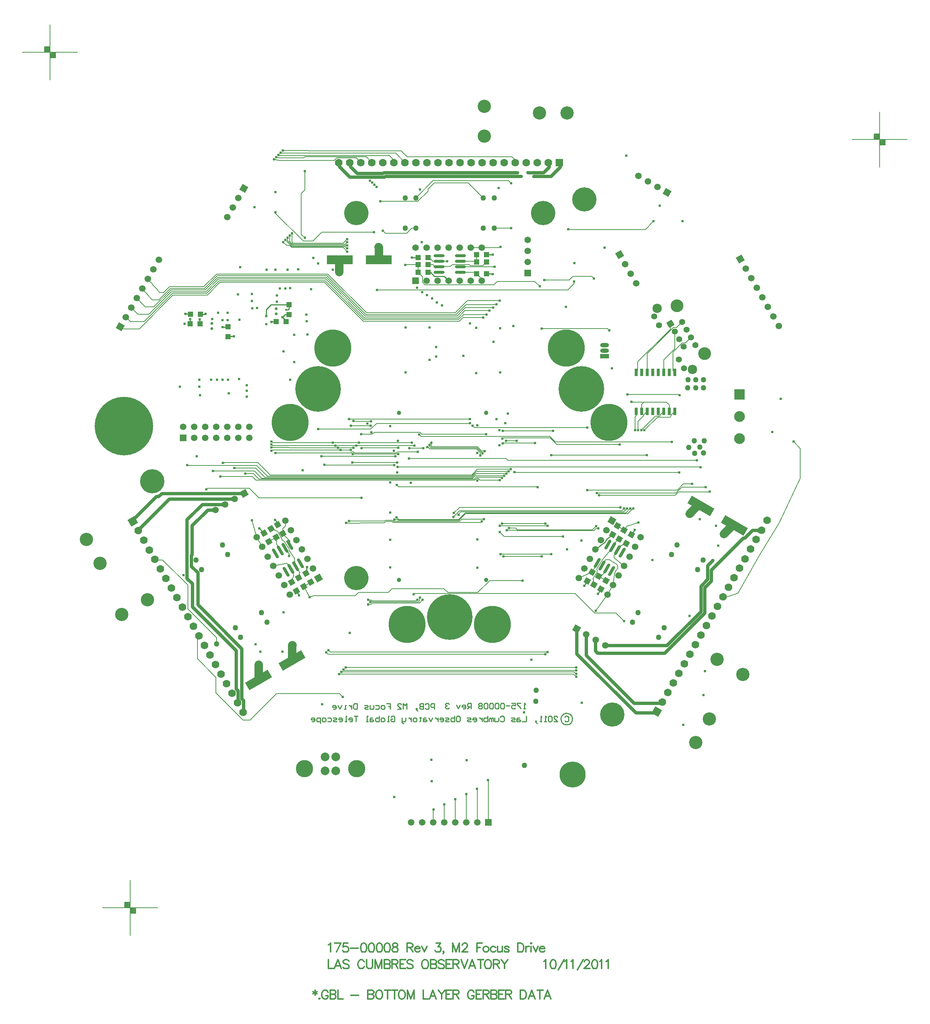
<source format=gbl>
%FSLAX23Y23*%
%MOIN*%
G70*
G01*
G75*
G04 Layer_Physical_Order=9*
G04 Layer_Color=16711680*
%ADD10R,0.057X0.012*%
%ADD11R,0.025X0.185*%
%ADD12R,0.025X0.100*%
%ADD13O,0.079X0.024*%
%ADD14R,0.070X0.135*%
%ADD15R,0.036X0.036*%
%ADD16R,0.094X0.102*%
G04:AMPARAMS|DCode=17|XSize=78mil|YSize=48mil|CornerRadius=0mil|HoleSize=0mil|Usage=FLASHONLY|Rotation=240.000|XOffset=0mil|YOffset=0mil|HoleType=Round|Shape=Rectangle|*
%AMROTATEDRECTD17*
4,1,4,-0.001,0.046,0.040,0.022,0.001,-0.046,-0.040,-0.022,-0.001,0.046,0.0*
%
%ADD17ROTATEDRECTD17*%

%ADD18R,0.063X0.075*%
%ADD19R,0.050X0.050*%
%ADD20R,0.209X0.079*%
%ADD21R,0.200X0.040*%
%ADD22R,0.200X0.150*%
%ADD23R,0.087X0.059*%
%ADD24R,0.060X0.126*%
%ADD25O,0.012X0.069*%
%ADD26R,0.065X0.094*%
%ADD27O,0.027X0.010*%
%ADD28O,0.024X0.010*%
%ADD29R,0.039X0.059*%
%ADD30R,0.040X0.067*%
%ADD31R,0.051X0.059*%
%ADD32R,0.059X0.051*%
%ADD33O,0.098X0.028*%
%ADD34R,0.050X0.050*%
%ADD35R,0.048X0.078*%
%ADD36R,0.078X0.048*%
G04:AMPARAMS|DCode=37|XSize=78mil|YSize=48mil|CornerRadius=0mil|HoleSize=0mil|Usage=FLASHONLY|Rotation=120.000|XOffset=0mil|YOffset=0mil|HoleType=Round|Shape=Rectangle|*
%AMROTATEDRECTD37*
4,1,4,0.040,-0.022,-0.001,-0.046,-0.040,0.022,0.001,0.046,0.040,-0.022,0.0*
%
%ADD37ROTATEDRECTD37*%

%ADD38R,0.067X0.040*%
G04:AMPARAMS|DCode=39|XSize=135mil|YSize=70mil|CornerRadius=0mil|HoleSize=0mil|Usage=FLASHONLY|Rotation=30.000|XOffset=0mil|YOffset=0mil|HoleType=Round|Shape=Rectangle|*
%AMROTATEDRECTD39*
4,1,4,-0.041,-0.064,-0.076,-0.003,0.041,0.064,0.076,0.003,-0.041,-0.064,0.0*
%
%ADD39ROTATEDRECTD39*%

G04:AMPARAMS|DCode=40|XSize=135mil|YSize=70mil|CornerRadius=0mil|HoleSize=0mil|Usage=FLASHONLY|Rotation=150.000|XOffset=0mil|YOffset=0mil|HoleType=Round|Shape=Rectangle|*
%AMROTATEDRECTD40*
4,1,4,0.076,-0.003,0.041,-0.064,-0.076,0.003,-0.041,0.064,0.076,-0.003,0.0*
%
%ADD40ROTATEDRECTD40*%

%ADD41C,0.020*%
%ADD42C,0.005*%
%ADD43C,0.010*%
%ADD44C,0.050*%
%ADD45C,0.030*%
%ADD46C,0.012*%
%ADD47C,0.008*%
%ADD48C,0.012*%
%ADD49C,0.012*%
%ADD50R,0.079X0.039*%
%ADD51O,0.079X0.039*%
%ADD52C,0.079*%
%ADD53C,0.157*%
%ADD54C,0.120*%
%ADD55C,0.220*%
%ADD56C,0.039*%
%ADD57C,0.085*%
%ADD58C,0.055*%
%ADD59C,0.116*%
%ADD60P,0.078X4X165.0*%
%ADD61C,0.059*%
%ADD62P,0.084X4X255.0*%
%ADD63C,0.050*%
%ADD64P,0.099X4X105.0*%
%ADD65C,0.070*%
%ADD66C,0.219*%
%ADD67R,0.098X0.098*%
%ADD68C,0.098*%
%ADD69R,0.059X0.059*%
%ADD70C,0.059*%
%ADD71P,0.084X4X285.0*%
%ADD72P,0.084X4X195.0*%
%ADD73P,0.084X4X255.0*%
%ADD74R,0.059X0.059*%
%ADD75P,0.084X4X345.0*%
%ADD76R,0.070X0.070*%
%ADD77P,0.099X4X345.0*%
%ADD78P,0.084X4X375.0*%
%ADD79R,0.059X0.059*%
%ADD80C,0.335*%
%ADD81C,0.531*%
%ADD82C,0.413*%
%ADD83C,0.236*%
%ADD84C,0.026*%
%ADD85C,0.024*%
%ADD86C,0.030*%
%ADD87C,0.020*%
%ADD88C,0.040*%
%ADD89C,0.070*%
%ADD90C,0.076*%
%ADD91C,0.131*%
G04:AMPARAMS|DCode=92|XSize=130mil|YSize=130mil|CornerRadius=0mil|HoleSize=0mil|Usage=FLASHONLY|Rotation=0.000|XOffset=0mil|YOffset=0mil|HoleType=Round|Shape=Relief|Width=10mil|Gap=10mil|Entries=4|*
%AMTHD92*
7,0,0,0.130,0.110,0.010,45*
%
%ADD92THD92*%
%ADD93C,0.110*%
%ADD94C,0.206*%
%ADD95C,0.080*%
%ADD96C,0.102*%
%ADD97C,0.075*%
%ADD98C,0.168*%
%ADD99C,0.075*%
G04:AMPARAMS|DCode=100|XSize=95.433mil|YSize=95.433mil|CornerRadius=0mil|HoleSize=0mil|Usage=FLASHONLY|Rotation=0.000|XOffset=0mil|YOffset=0mil|HoleType=Round|Shape=Relief|Width=10mil|Gap=10mil|Entries=4|*
%AMTHD100*
7,0,0,0.095,0.075,0.010,45*
%
%ADD100THD100*%
%ADD101C,0.080*%
%ADD102C,0.099*%
%ADD103C,0.075*%
%ADD104C,0.375*%
%ADD105C,0.571*%
%ADD106C,0.257*%
%ADD107C,0.158*%
%ADD108C,0.053*%
%ADD109C,0.052*%
%ADD110C,0.065*%
G04:AMPARAMS|DCode=111|XSize=89.528mil|YSize=89.528mil|CornerRadius=0mil|HoleSize=0mil|Usage=FLASHONLY|Rotation=0.000|XOffset=0mil|YOffset=0mil|HoleType=Round|Shape=Relief|Width=10mil|Gap=10mil|Entries=4|*
%AMTHD111*
7,0,0,0.090,0.070,0.010,45*
%
%ADD111THD111*%
G04:AMPARAMS|DCode=112|XSize=96.221mil|YSize=96.221mil|CornerRadius=0mil|HoleSize=0mil|Usage=FLASHONLY|Rotation=0.000|XOffset=0mil|YOffset=0mil|HoleType=Round|Shape=Relief|Width=10mil|Gap=10mil|Entries=4|*
%AMTHD112*
7,0,0,0.096,0.076,0.010,45*
%
%ADD112THD112*%
G04:AMPARAMS|DCode=113|XSize=150.551mil|YSize=150.551mil|CornerRadius=0mil|HoleSize=0mil|Usage=FLASHONLY|Rotation=0.000|XOffset=0mil|YOffset=0mil|HoleType=Round|Shape=Relief|Width=10mil|Gap=10mil|Entries=4|*
%AMTHD113*
7,0,0,0.151,0.131,0.010,45*
%
%ADD113THD113*%
G04:AMPARAMS|DCode=114|XSize=122mil|YSize=122mil|CornerRadius=0mil|HoleSize=0mil|Usage=FLASHONLY|Rotation=0.000|XOffset=0mil|YOffset=0mil|HoleType=Round|Shape=Relief|Width=10mil|Gap=10mil|Entries=4|*
%AMTHD114*
7,0,0,0.122,0.102,0.010,45*
%
%ADD114THD114*%
G04:AMPARAMS|DCode=115|XSize=95mil|YSize=95mil|CornerRadius=0mil|HoleSize=0mil|Usage=FLASHONLY|Rotation=0.000|XOffset=0mil|YOffset=0mil|HoleType=Round|Shape=Relief|Width=10mil|Gap=10mil|Entries=4|*
%AMTHD115*
7,0,0,0.095,0.075,0.010,45*
%
%ADD115THD115*%
G04:AMPARAMS|DCode=116|XSize=90mil|YSize=90mil|CornerRadius=0mil|HoleSize=0mil|Usage=FLASHONLY|Rotation=0.000|XOffset=0mil|YOffset=0mil|HoleType=Round|Shape=Relief|Width=10mil|Gap=10mil|Entries=4|*
%AMTHD116*
7,0,0,0.090,0.070,0.010,45*
%
%ADD116THD116*%
G04:AMPARAMS|DCode=117|XSize=100mil|YSize=100mil|CornerRadius=0mil|HoleSize=0mil|Usage=FLASHONLY|Rotation=0.000|XOffset=0mil|YOffset=0mil|HoleType=Round|Shape=Relief|Width=10mil|Gap=10mil|Entries=4|*
%AMTHD117*
7,0,0,0.100,0.080,0.010,45*
%
%ADD117THD117*%
G04:AMPARAMS|DCode=118|XSize=95.433mil|YSize=95.433mil|CornerRadius=0mil|HoleSize=0mil|Usage=FLASHONLY|Rotation=0.000|XOffset=0mil|YOffset=0mil|HoleType=Round|Shape=Relief|Width=10mil|Gap=10mil|Entries=4|*
%AMTHD118*
7,0,0,0.095,0.075,0.010,45*
%
%ADD118THD118*%
G04:AMPARAMS|DCode=119|XSize=72.992mil|YSize=72.992mil|CornerRadius=0mil|HoleSize=0mil|Usage=FLASHONLY|Rotation=0.000|XOffset=0mil|YOffset=0mil|HoleType=Round|Shape=Relief|Width=10mil|Gap=10mil|Entries=4|*
%AMTHD119*
7,0,0,0.073,0.053,0.010,45*
%
%ADD119THD119*%
G04:AMPARAMS|DCode=120|XSize=72mil|YSize=72mil|CornerRadius=0mil|HoleSize=0mil|Usage=FLASHONLY|Rotation=0.000|XOffset=0mil|YOffset=0mil|HoleType=Round|Shape=Relief|Width=10mil|Gap=10mil|Entries=4|*
%AMTHD120*
7,0,0,0.072,0.052,0.010,45*
%
%ADD120THD120*%
G04:AMPARAMS|DCode=121|XSize=85mil|YSize=85mil|CornerRadius=0mil|HoleSize=0mil|Usage=FLASHONLY|Rotation=0.000|XOffset=0mil|YOffset=0mil|HoleType=Round|Shape=Relief|Width=10mil|Gap=10mil|Entries=4|*
%AMTHD121*
7,0,0,0.085,0.065,0.010,45*
%
%ADD121THD121*%
G04:AMPARAMS|DCode=122|XSize=28mil|YSize=98mil|CornerRadius=0mil|HoleSize=0mil|Usage=FLASHONLY|Rotation=210.000|XOffset=0mil|YOffset=0mil|HoleType=Round|Shape=Round|*
%AMOVALD122*
21,1,0.071,0.028,0.000,0.000,300.0*
1,1,0.028,-0.018,0.031*
1,1,0.028,0.018,-0.031*
%
%ADD122OVALD122*%

G04:AMPARAMS|DCode=123|XSize=79mil|YSize=236mil|CornerRadius=0mil|HoleSize=0mil|Usage=FLASHONLY|Rotation=240.000|XOffset=0mil|YOffset=0mil|HoleType=Round|Shape=Rectangle|*
%AMROTATEDRECTD123*
4,1,4,-0.083,0.093,0.122,-0.025,0.083,-0.093,-0.122,0.025,-0.083,0.093,0.0*
%
%ADD123ROTATEDRECTD123*%

%ADD124R,0.025X0.070*%
%ADD125R,0.236X0.079*%
G04:AMPARAMS|DCode=126|XSize=79mil|YSize=236mil|CornerRadius=0mil|HoleSize=0mil|Usage=FLASHONLY|Rotation=120.000|XOffset=0mil|YOffset=0mil|HoleType=Round|Shape=Rectangle|*
%AMROTATEDRECTD126*
4,1,4,0.122,0.025,-0.083,-0.093,-0.122,-0.025,0.083,0.093,0.122,0.025,0.0*
%
%ADD126ROTATEDRECTD126*%

%ADD127P,0.071X4X285.0*%
%ADD128P,0.071X4X165.0*%
G04:AMPARAMS|DCode=129|XSize=28mil|YSize=98mil|CornerRadius=0mil|HoleSize=0mil|Usage=FLASHONLY|Rotation=330.000|XOffset=0mil|YOffset=0mil|HoleType=Round|Shape=Round|*
%AMOVALD129*
21,1,0.071,0.028,0.000,0.000,60.0*
1,1,0.028,-0.018,-0.031*
1,1,0.028,0.018,0.031*
%
%ADD129OVALD129*%

%ADD130C,0.075*%
D19*
X30038Y32754D02*
D03*
Y32844D02*
D03*
X29486Y32645D02*
D03*
Y32555D02*
D03*
D33*
X31397Y33136D02*
D03*
Y33186D02*
D03*
Y33236D02*
D03*
Y33286D02*
D03*
X31590Y33136D02*
D03*
Y33186D02*
D03*
Y33236D02*
D03*
Y33286D02*
D03*
D34*
X29923Y32689D02*
D03*
X30013D02*
D03*
X29231Y32670D02*
D03*
X29141D02*
D03*
X29146Y32758D02*
D03*
X29236D02*
D03*
X31209Y33271D02*
D03*
X31299D02*
D03*
Y33136D02*
D03*
X31209D02*
D03*
X31828Y33123D02*
D03*
X31738D02*
D03*
X31829Y33296D02*
D03*
X31739D02*
D03*
Y33231D02*
D03*
X31829D02*
D03*
X31299Y33206D02*
D03*
X31209D02*
D03*
D42*
X31948Y30783D02*
X31987Y30743D01*
X32520D01*
X32105Y30796D02*
X32800D01*
X32108Y30805D02*
X32789D01*
X32092Y30822D02*
X32108Y30805D01*
X32031Y30822D02*
X32092D01*
X31949Y30840D02*
X32378D01*
X31968Y30859D02*
X32357D01*
X31638Y30949D02*
X33109D01*
X31634Y30958D02*
X33090D01*
X31595Y30967D02*
X33071D01*
X31584Y30976D02*
X33054D01*
X31584Y31008D02*
X33040D01*
X31578Y30889D02*
X31638Y30949D01*
X31575Y30898D02*
X31634Y30958D01*
X31574Y30945D02*
X31595Y30967D01*
X31529Y30921D02*
X31584Y30976D01*
X31533Y30957D02*
X31584Y31008D01*
X32011Y30802D02*
X32098D01*
X31972Y31630D02*
X31978Y31636D01*
X32406D01*
X33100Y30838D02*
X33204Y30872D01*
X33076Y30800D02*
X33100Y30838D01*
X33015Y30840D02*
X33076Y30800D01*
X33034Y30655D02*
X33096Y30682D01*
X33014Y30622D02*
X33034Y30655D01*
X32985Y30549D02*
X33074Y30476D01*
X32984Y30569D02*
X32985Y30549D01*
X32984Y30569D02*
X33014Y30622D01*
X32664Y30366D02*
X32786Y30420D01*
X32831Y30505D01*
X32794Y30366D02*
X32801Y30307D01*
X32794Y30366D02*
X32819Y30400D01*
X32827Y30418D01*
X32830Y30430D01*
X32829Y30449D02*
X32830Y30430D01*
X32829Y30449D02*
X32850Y30489D01*
X32857Y30497D01*
X32868Y30516D01*
X32970Y30647D01*
X32817Y30069D02*
X32924Y30216D01*
X32974Y30303D01*
X32988Y30405D01*
X32991Y30413D01*
X32995Y30422D01*
X32998Y30432D01*
X33017Y30453D01*
X33015Y30487D02*
X33017Y30453D01*
X32941Y30535D02*
X33015Y30487D01*
X32908Y30533D02*
X32941Y30535D01*
X32874Y30480D02*
X32908Y30533D01*
X32884Y30401D02*
X32917Y30455D01*
X32846Y30385D02*
X32884Y30401D01*
X32846Y30385D02*
X32911Y30345D01*
X32970Y30647D02*
X33001Y30697D01*
X33031Y30722D01*
X30225Y30194D02*
X30253Y30204D01*
X31858Y30345D02*
X32155D01*
X29700Y30892D02*
X29744Y30736D01*
X29960Y30741D02*
X29974Y30722D01*
X30099Y30475D02*
X30135Y30419D01*
X30126Y30370D02*
X30135Y30419D01*
X29935Y30789D02*
X29960Y30741D01*
X29974Y30722D02*
X29976Y30712D01*
X29996Y30699D01*
X30019Y30659D01*
X30024Y30653D01*
X30031Y30644D01*
X30034Y30641D01*
X30034Y30637D01*
X30040Y30623D01*
X30042Y30614D01*
X30084Y30552D01*
X30099Y30475D01*
X29876Y30815D02*
X29935Y30789D01*
X30002Y30642D02*
X30037Y30589D01*
X30038Y30568D01*
X29744Y30736D02*
X29794Y30649D01*
X30191Y30256D02*
X30225Y30194D01*
X30171Y30292D02*
X30191Y30256D01*
X30171Y30292D02*
X30236Y30332D01*
X30061Y30330D02*
X30082Y30394D01*
X30055Y30450D02*
X30082Y30394D01*
X29894Y30476D02*
X30019Y30500D01*
X30055Y30450D01*
X29924Y30677D02*
X29959Y30617D01*
X29921Y30737D02*
X29924Y30677D01*
X29856Y30697D02*
X29921Y30737D01*
X29981Y30772D02*
Y30814D01*
Y30768D02*
Y30772D01*
X30004Y30837D02*
Y30886D01*
X29981Y30814D02*
X30004Y30837D01*
X29981Y30768D02*
X30046Y30704D01*
Y30667D02*
Y30704D01*
X31091Y33205D02*
X31092Y33206D01*
X31209D01*
X31269Y33025D02*
X31895D01*
X31209Y33136D02*
X31248Y33097D01*
X31974Y31588D02*
X31975Y31589D01*
X32266Y33055D02*
X32312Y33010D01*
X31925Y33055D02*
X32266D01*
X31895Y33025D02*
X31925Y33055D01*
X31248Y33046D02*
X31269Y33025D01*
X31248Y33046D02*
Y33097D01*
X31209Y33136D02*
Y33206D01*
X31299D02*
X31343D01*
X31363Y33186D01*
X31397D01*
X31402Y33191D01*
X31503D01*
X31518Y33206D01*
X31671D01*
X31784Y33361D02*
X31950D01*
X31684D02*
X31784D01*
X31950D02*
X31955Y33366D01*
X31784Y33061D02*
Y33077D01*
X31725Y33136D02*
X31784Y33077D01*
X31590Y33136D02*
X31725D01*
X31299Y33271D02*
X31308D01*
X31343Y33236D01*
X31397D01*
X31469D02*
X31470Y33237D01*
X31397Y33236D02*
X31469D01*
X33199Y32246D02*
Y32327D01*
X33434Y32231D02*
Y32344D01*
X33518Y32247D02*
Y32415D01*
X33199Y32327D02*
X33494Y32622D01*
Y32671D01*
X33550Y32636D02*
X33600Y32686D01*
X33520Y32636D02*
X33550D01*
X33284Y32400D02*
X33520Y32636D01*
X33434Y32344D02*
X33534Y32444D01*
Y32602D01*
X33518Y32415D02*
X33600Y32497D01*
X33630D01*
X33680Y32548D01*
X33518Y32247D02*
X33534Y32231D01*
X33184D02*
X33199Y32246D01*
X33143Y31962D02*
X33255D01*
X33142Y31963D02*
X33143Y31962D01*
X33234Y31876D02*
Y31941D01*
X33255Y31962D01*
X33459D01*
X33484Y31937D01*
Y31876D02*
Y31937D01*
X30993Y30897D02*
X31020D01*
X31028Y30889D01*
X31578D01*
X31013Y30917D02*
X31032Y30898D01*
X31575D01*
X31574Y30939D02*
Y30945D01*
X33109Y30949D02*
X33156Y30996D01*
X33158D01*
X33090Y30958D02*
X33128Y30996D01*
X33130D01*
X33071Y30967D02*
X33100Y30996D01*
X33102D01*
X33054Y30976D02*
X33074Y30996D01*
X33503Y31845D02*
X33534Y31876D01*
X33403Y31845D02*
X33434Y31876D01*
X33253Y31845D02*
X33284Y31876D01*
X33503Y31838D02*
Y31845D01*
X33377Y31825D02*
X33490D01*
X33503Y31838D01*
X33258Y31706D02*
X33377Y31825D01*
X33403Y31838D02*
Y31845D01*
X33358Y31834D02*
X33399D01*
X33230Y31706D02*
X33358Y31834D01*
X33399D02*
X33403Y31838D01*
X33202Y31787D02*
X33253Y31838D01*
X33202Y31706D02*
Y31787D01*
X33253Y31838D02*
Y31845D01*
X33174Y31706D02*
Y31828D01*
X33184Y31838D01*
Y31876D01*
X30183Y33883D02*
Y34055D01*
X30149Y33849D02*
X30183Y33883D01*
X30149Y33481D02*
Y33849D01*
Y33481D02*
X30182Y33449D01*
X32378Y30840D02*
X32380Y30842D01*
X31948Y30839D02*
X31949Y30840D01*
X30393Y29677D02*
X32360D01*
X30375Y29695D02*
X30393Y29677D01*
X30412Y29697D02*
X32380D01*
X30395Y29715D02*
X30412Y29697D01*
X31677Y31768D02*
X31678Y31769D01*
X30830Y31768D02*
X31677D01*
X30778Y31716D02*
X30830Y31768D01*
X30303Y31716D02*
X30778D01*
X30330Y31470D02*
X31002D01*
X30359Y31392D02*
X30992D01*
X30358Y31393D02*
X30359Y31392D01*
X29207Y29636D02*
X29376Y29468D01*
Y29327D02*
X29622Y29081D01*
X29685D01*
X29925Y29321D01*
X30496D01*
X30525Y29292D01*
X29207Y29636D02*
Y29840D01*
X29376Y29327D02*
Y29468D01*
X32800Y30796D02*
X32822Y30818D01*
X32842D01*
X32789Y30805D02*
X32822Y30838D01*
X32847Y31118D02*
X33538D01*
X33568Y31148D01*
X32827Y31138D02*
X33545D01*
X32098Y30802D02*
X32105Y30796D01*
X33568Y31148D02*
X33849D01*
X33850Y31149D01*
X33545Y31138D02*
X33599Y31192D01*
X33815D01*
X33768Y31373D02*
X33769Y31372D01*
X31126Y31452D02*
X32006D01*
X32023Y31435D01*
X33735D02*
X33735Y31435D01*
X32023Y31435D02*
X33735D01*
X31701Y31748D02*
X31718Y31730D01*
X31753D01*
X31754Y31732D01*
X32740D01*
X32741Y31731D01*
Y31164D02*
X33558D01*
X33613Y31219D01*
X33691D01*
X33692Y31220D01*
X34611Y31603D02*
X34672Y31542D01*
Y31271D02*
Y31542D01*
X34481Y30866D02*
X34672Y31271D01*
X34298Y30566D02*
X34481Y30866D01*
X34108Y30231D02*
X34298Y30566D01*
X33981Y30186D02*
X34108Y30231D01*
X31737Y31270D02*
X31753D01*
X31769Y31254D02*
X31949D01*
X31753Y31270D02*
X31769Y31254D01*
X31721D02*
X31737Y31270D01*
X31963Y31279D02*
X31969Y31274D01*
X31733Y31279D02*
X31963D01*
X31717Y31263D02*
X31733Y31279D01*
X31724Y31293D02*
X31988D01*
X31703Y31272D02*
X31724Y31293D01*
X31732Y31313D02*
X32008D01*
X31699Y31281D02*
X31732Y31313D01*
X31739Y31333D02*
X32028D01*
X31695Y31290D02*
X31739Y31333D01*
X31746Y31353D02*
X32048D01*
X31694Y31301D02*
X31746Y31353D01*
X29414Y31288D02*
X29704D01*
X29738Y31254D02*
X31721D01*
X29704Y31288D02*
X29738Y31254D01*
X29755Y31413D02*
X29867Y31301D01*
X31694D01*
X29745Y31388D02*
X29843Y31290D01*
X31695D01*
X29735Y31363D02*
X29817Y31281D01*
X31699D01*
X29724Y31338D02*
X29790Y31272D01*
X31703D01*
X29714Y31313D02*
X29764Y31263D01*
X31717D01*
X29642Y31313D02*
X29714D01*
X29543Y31363D02*
X29735D01*
X29439Y31412D02*
X29450D01*
Y31413D02*
X29755D01*
X29347Y31338D02*
X29724D01*
X29114Y31389D02*
X29115Y31388D01*
X29745D01*
X30598Y31500D02*
X30607Y31509D01*
X30623D01*
X30632Y31500D01*
X29916D02*
X30598D01*
X30632D02*
X31011D01*
X31020Y31509D01*
X31205D01*
X31206Y31510D01*
X29766Y31095D02*
X30696D01*
X29679Y31182D02*
X29766Y31095D01*
X29295Y31182D02*
X29679D01*
X32453Y31602D02*
X33507D01*
X32406Y31636D02*
X32464Y31578D01*
X33034D01*
X32403Y31652D02*
X32453Y31602D01*
X31234Y31652D02*
X32403D01*
X31218Y31668D02*
X31234Y31652D01*
X33003Y30050D02*
X33076Y29978D01*
X32809Y30050D02*
X33003D01*
X32633Y30226D02*
X32809Y30050D01*
X31172Y30226D02*
X32633D01*
X31168Y30222D02*
X31172Y30226D01*
X31167Y30222D02*
X31168D01*
X31129Y31543D02*
X31255D01*
X31897Y33536D02*
X32050D01*
X32051Y33538D01*
X30697Y31546D02*
X31027D01*
X30865Y33779D02*
X31206D01*
X31297Y33870D01*
X31189Y33812D02*
X31343Y33966D01*
X32028D01*
X32051Y33943D01*
X31297Y33870D02*
Y33891D01*
X31354Y33948D01*
X31663D01*
X31799Y33812D01*
X32417Y31482D02*
X33283D01*
X32416Y31481D02*
X32417Y31482D01*
X31957Y30583D02*
X32415D01*
X31956Y30584D02*
X31957Y30583D01*
X31980Y30564D02*
X32328D01*
X32329Y32627D02*
X32925D01*
X32942Y32610D01*
X33104Y32031D02*
X33570D01*
X33577Y32024D01*
X32084Y31325D02*
X33575D01*
X32083Y31326D02*
X32084Y31325D01*
X31974Y31699D02*
X31977Y31702D01*
X32431D01*
X32432Y31701D01*
X33267Y33525D02*
X33343Y33601D01*
X31241Y31671D02*
X31826D01*
X31226Y31686D02*
X31241Y31671D01*
X30810Y31686D02*
X31226D01*
X30792Y31669D02*
X30810Y31686D01*
X30691Y31669D02*
X30792D01*
X30690Y31670D02*
X30691Y31669D01*
X30335Y33500D02*
X30809D01*
X30254Y33419D02*
X30335Y33500D01*
X29916Y33672D02*
X30169Y33419D01*
X29916Y33672D02*
Y33679D01*
X30169Y33419D02*
X30254D01*
X28807Y30532D02*
X28893D01*
X29121Y30305D01*
Y30088D02*
Y30305D01*
Y30088D02*
X29381Y29828D01*
Y29772D02*
Y29828D01*
X30888Y33514D02*
X30910Y33492D01*
X31105D01*
X31150Y33536D01*
X31189D01*
X29879Y31549D02*
X30037D01*
X30038Y31548D01*
X29879Y31521D02*
X29886Y31528D01*
X29879Y31577D02*
X29889Y31567D01*
X29879Y31605D02*
X29890Y31594D01*
X30540Y29529D02*
X32640D01*
X30531Y29538D02*
X30540Y29529D01*
X30038Y31548D02*
X30482D01*
X30623D01*
X30622Y31789D02*
X30624Y31787D01*
X30782D01*
X30551Y29557D02*
X32640D01*
X30551Y29558D02*
X30551Y29557D01*
X30598Y31746D02*
X30599Y31747D01*
X30777D01*
X30511Y29518D02*
X32623D01*
X30647Y31567D02*
X31175D01*
X32623Y29518D02*
X32640Y29501D01*
X30491Y29498D02*
X32614D01*
X32640Y29473D01*
X30671Y31594D02*
X31151D01*
X29886Y31528D02*
X30599D01*
X29889Y31567D02*
X30647D01*
X29890Y31594D02*
X30671D01*
X33284Y32231D02*
Y32400D01*
X32569Y33525D02*
Y33526D01*
Y33525D02*
X33267D01*
X30253Y30204D02*
X30255Y30206D01*
X30637D01*
X30667Y30236D01*
X30972Y30271D02*
X31443D01*
X31749Y30236D02*
X31858Y30345D01*
X30937Y30236D02*
X30972Y30271D01*
X30667Y30236D02*
X30937D01*
X31443Y30271D02*
X31478Y30236D01*
X31749D01*
X31975Y31589D02*
X32269D01*
X28608Y32817D02*
X28668Y32757D01*
X28558Y32730D02*
X28563D01*
X28602Y32691D01*
X28508Y32644D02*
X28513D01*
X28519Y32637D01*
X28524D01*
X28536Y32625D01*
X28658Y32899D02*
Y32904D01*
Y32899D02*
X28734Y32823D01*
X28708Y32985D02*
Y32990D01*
Y32985D02*
X28751Y32942D01*
Y32937D02*
Y32942D01*
Y32937D02*
X28799Y32888D01*
X28758Y33072D02*
Y33077D01*
Y33072D02*
X28801Y33029D01*
Y33024D02*
Y33029D01*
Y33024D02*
X28844Y32981D01*
Y32976D02*
Y32981D01*
Y32976D02*
X28865Y32954D01*
X28902D01*
X28799Y32888D02*
X28858D01*
X28734Y32823D02*
X28813D01*
X28668Y32757D02*
X28769D01*
X28602Y32691D02*
X28724D01*
X28536Y32625D02*
X28680D01*
X28986Y32932D01*
X29297D01*
X29412Y33047D01*
X28724Y32691D02*
X28980Y32947D01*
X29291D01*
X28769Y32757D02*
X28973Y32962D01*
X29284D01*
X28813Y32823D02*
X28967Y32977D01*
X29278D01*
X28858Y32888D02*
X28961Y32992D01*
X29272D01*
X28902Y32954D02*
X28955Y33007D01*
X29266D01*
X29412Y33047D02*
X30358D01*
X29291Y32947D02*
X29406Y33062D01*
X30364D01*
X29284Y32962D02*
X29399Y33077D01*
X30370D01*
X29278Y32977D02*
X29393Y33092D01*
X30377D01*
X29272Y32992D02*
X29387Y33107D01*
X30383D01*
X29266Y33007D02*
X29381Y33122D01*
X30389D01*
X30741Y32770D01*
X30370Y33077D02*
X30722Y32725D01*
X30364Y33062D02*
X30716Y32710D01*
X30358Y33047D02*
X30710Y32695D01*
X30377Y33092D02*
X30728Y32740D01*
X30383Y33107D02*
X30735Y32755D01*
X30741Y32770D02*
X31514D01*
X30735Y32755D02*
X31508D01*
X31509Y32753D01*
X31551D01*
X30728Y32740D02*
X31560D01*
X30722Y32725D02*
X31568D01*
X30716Y32710D02*
X31575D01*
X31620Y32755D01*
X30710Y32695D02*
X31583D01*
X31551Y32753D02*
X31643Y32845D01*
X31583Y32695D02*
X31614Y32726D01*
X31799D01*
X31620Y32755D02*
X31828D01*
X31560Y32740D02*
X31636Y32816D01*
X31568Y32725D02*
X31633Y32790D01*
X31854D01*
X31636Y32816D02*
X31889D01*
X31643Y32845D02*
X31919D01*
X31655Y32880D02*
X31950D01*
X31514Y32770D02*
X31515Y32771D01*
X31546D01*
X31655Y32880D01*
X31844Y28154D02*
Y28537D01*
X31843Y28538D02*
X31844Y28537D01*
X31744Y28154D02*
Y28455D01*
X31742Y28457D02*
X31744Y28455D01*
X31644Y28154D02*
Y28407D01*
X31646Y28409D01*
X31544Y28154D02*
Y28362D01*
X31545Y28363D01*
X31444Y28154D02*
Y28315D01*
X31445Y28316D01*
X31344Y28154D02*
Y28269D01*
X31347Y28272D01*
X32005Y31610D02*
X32101D01*
X32102Y31609D01*
X30834Y32977D02*
X32565D01*
X32621Y33033D01*
Y33053D01*
X31015Y31212D02*
X31033Y31194D01*
X32291D01*
X32293Y31192D01*
X32350Y33066D02*
X32577D01*
X32613Y33102D01*
X32781D01*
X32801Y33082D01*
X31745Y31544D02*
X31791Y31498D01*
X31771Y31478D02*
Y31505D01*
X31739Y31538D02*
X31771Y31505D01*
X31784Y31518D02*
X31811D01*
X31751Y31550D02*
X31784Y31518D01*
X31299Y31555D02*
X31316Y31538D01*
X31745Y31544D02*
X31745D01*
X31742Y31547D02*
X31745Y31544D01*
X31325Y31547D02*
X31742D01*
X31751Y31550D02*
X31751D01*
X31749Y31553D02*
X31751Y31550D01*
X31749Y31553D02*
X31749D01*
X31746Y31556D02*
X31749Y31553D01*
X31329Y31556D02*
X31746D01*
X31316Y31538D02*
X31739D01*
X31290Y31555D02*
X31299D01*
X31310Y31562D02*
X31325Y31547D01*
X31310Y31562D02*
Y31575D01*
X31329Y31556D02*
Y31594D01*
X31329Y31594D01*
X31193Y30159D02*
X31203Y30169D01*
X30793Y30159D02*
X31193D01*
X31221Y30187D02*
X31225Y30191D01*
X31221Y30161D02*
Y30187D01*
X31210Y30150D02*
X31221Y30161D01*
X30777Y30150D02*
X31210D01*
X31220Y30141D02*
X31248Y30169D01*
X30794Y30141D02*
X31220D01*
X30776Y30149D02*
X30777Y30150D01*
X30784Y30131D02*
X30794Y30141D01*
X30754Y30127D02*
X30758Y30131D01*
X30784D01*
Y30168D02*
X30793Y30159D01*
X30754Y30172D02*
X30758Y30168D01*
X30784D01*
X29982Y34239D02*
X30211D01*
X29962Y34219D02*
X29971D01*
X29973Y34217D01*
X29942Y34199D02*
X29951D01*
X29953Y34197D01*
X29962D01*
X29964Y34195D01*
X30938D01*
X29923Y34180D02*
X29931D01*
X29933Y34177D01*
X29942D01*
X29944Y34175D01*
X29953D01*
X29955Y34173D01*
X30173D01*
X29903Y34160D02*
X29911D01*
X29914Y34158D01*
X29922D01*
X29924Y34155D01*
X29933D01*
X29935Y34153D01*
X29943D01*
X29946Y34151D01*
X30449D01*
X30070Y33405D02*
X30073Y33401D01*
X30529D01*
X30064Y33410D02*
X30070Y33405D01*
X30529Y33401D02*
X30565Y33437D01*
X30580Y31808D02*
X31677D01*
X30064Y33410D02*
Y33491D01*
X31109Y34183D02*
X32057D01*
X32094Y34147D01*
X30063Y33398D02*
X30070Y33392D01*
X30548D01*
X30044Y33417D02*
Y33471D01*
X30548Y33392D02*
X30565Y33409D01*
X30044Y33417D02*
X30063Y33398D01*
X30615Y31491D02*
X31028D01*
X31094Y34147D02*
Y34149D01*
X30057Y33392D02*
X30068Y33381D01*
X30024Y33424D02*
Y33451D01*
Y33424D02*
X30057Y33392D01*
X30068Y33381D02*
X30565D01*
X30613Y31413D02*
X31018D01*
X30580Y30884D02*
X30580Y30884D01*
X30546Y33372D02*
X30565Y33353D01*
X30005Y33431D02*
Y33432D01*
X30051Y33385D02*
X30064Y33372D01*
X30546D01*
X30005Y33431D02*
X30051Y33385D01*
X30580Y30884D02*
X30904D01*
X30985Y30879D02*
X31580D01*
X30904Y30884D02*
X30910Y30891D01*
X30973D02*
X30985Y30879D01*
X30910Y30891D02*
X30973D01*
X31580Y30879D02*
X31604Y30902D01*
X31806D01*
X30527Y33363D02*
X30565Y33325D01*
X30554Y30866D02*
X30572D01*
X30018Y33379D02*
X30044D01*
X30060Y33363D02*
X30527D01*
X30044Y33379D02*
X30060Y33363D01*
X29985Y33412D02*
X30018Y33379D01*
X30572Y30866D02*
X30572Y30865D01*
X30682D01*
X30685Y30868D01*
X30900D02*
X30914Y30882D01*
X30685Y30868D02*
X30900D01*
X30969Y30882D02*
X30982Y30870D01*
X31774D01*
X31786Y30882D01*
X30914D02*
X30969D01*
X30449Y34151D02*
X30472Y34174D01*
X30648D01*
X30689Y34132D01*
X30173Y34173D02*
X30183Y34183D01*
X30739D01*
X30789Y34132D01*
X30938Y34195D02*
X30942Y34199D01*
X30994Y34147D01*
X29973Y34217D02*
X31005D01*
X31089Y34132D01*
Y34149D02*
X31094D01*
X31055Y34237D02*
X31109Y34183D01*
X30213Y34237D02*
X31055D01*
X30211Y34239D02*
X30213Y34237D01*
X31022Y31373D02*
X33768D01*
X31739Y33241D02*
Y33296D01*
X31900Y33186D02*
X31901Y33187D01*
X31590Y33186D02*
X31900D01*
X31671Y33206D02*
X31681Y33196D01*
X31794D01*
X31829Y33231D01*
X31590Y33236D02*
X31734D01*
X31739Y33231D01*
X31734Y33236D02*
X31739Y33241D01*
D43*
X32606Y29091D02*
X32605Y29101D01*
X32602Y29110D01*
X32598Y29119D01*
X32592Y29127D01*
X32584Y29133D01*
X32576Y29138D01*
X32566Y29142D01*
X32556Y29143D01*
X32546Y29143D01*
X32537Y29140D01*
X32528Y29136D01*
X32520Y29130D01*
X32513Y29123D01*
X32507Y29115D01*
X32504Y29106D01*
X32502Y29096D01*
Y29086D01*
X32504Y29076D01*
X32507Y29067D01*
X32513Y29058D01*
X32520Y29051D01*
X32528Y29045D01*
X32537Y29041D01*
X32546Y29039D01*
X32556Y29039D01*
X32566Y29040D01*
X32576Y29043D01*
X32584Y29048D01*
X32592Y29055D01*
X32598Y29063D01*
X32602Y29071D01*
X32605Y29081D01*
X32606Y29091D01*
X32814Y30626D02*
X32899Y30689D01*
X32902Y30694D01*
X32923Y30724D01*
X32970Y30762D01*
X33141Y30760D02*
X33171Y30805D01*
X32839Y30223D02*
X32866Y30267D01*
X32714Y30298D02*
X32741Y30342D01*
X30191Y30410D02*
X30202Y30467D01*
X30106Y30252D02*
X30128Y30209D01*
X29769Y30816D02*
X29770D01*
X29811Y30775D01*
X29910Y30895D02*
X29936Y30868D01*
Y30850D02*
Y30868D01*
X31444Y33101D02*
X31484Y33061D01*
X31356Y33101D02*
X31444D01*
X31321Y33136D02*
X31356Y33101D01*
X31299Y33136D02*
X31321D01*
X31153Y33270D02*
X31154Y33271D01*
X31209D01*
X31883Y33296D02*
X31884Y33297D01*
X31829Y33296D02*
X31883D01*
X31884Y33123D02*
X31885Y33122D01*
X31828Y33123D02*
X31884D01*
X29435Y32642D02*
X29483D01*
X29486Y32645D01*
Y32555D02*
X29489Y32558D01*
X29539D01*
X29229Y32672D02*
Y32709D01*
Y32672D02*
X29231Y32670D01*
X29141D02*
Y32712D01*
X29142Y32713D01*
X29097Y32760D02*
X29144D01*
X29146Y32758D01*
X29236D02*
X29282D01*
X29283Y32759D01*
X29979Y32731D02*
X30002Y32754D01*
X30038D01*
X29979Y32731D02*
X30013Y32697D01*
Y32689D02*
Y32697D01*
X29875Y32844D02*
X30038D01*
X29832Y32801D02*
X29875Y32844D01*
X29832Y32741D02*
Y32801D01*
X29880Y32689D02*
X29923D01*
X29877Y32686D02*
X29880Y32689D01*
X30011Y32796D02*
X30028D01*
X30038Y32806D01*
Y32844D01*
X32537Y29108D02*
X32545Y29117D01*
X32562D01*
X32570Y29108D01*
Y29075D01*
X32562Y29067D01*
X32545D01*
X32537Y29075D01*
X32437Y29067D02*
X32470D01*
X32437Y29100D01*
Y29108D01*
X32445Y29117D01*
X32462D01*
X32470Y29108D01*
X32420D02*
X32412Y29117D01*
X32395D01*
X32387Y29108D01*
Y29075D01*
X32395Y29067D01*
X32412D01*
X32420Y29075D01*
Y29108D01*
X32370Y29067D02*
X32353D01*
X32362D01*
Y29117D01*
X32370Y29108D01*
X32328Y29067D02*
X32312D01*
X32320D01*
Y29117D01*
X32328Y29108D01*
X32278Y29058D02*
X32270Y29067D01*
Y29075D01*
X32278D01*
Y29067D01*
X32270D01*
X32278Y29058D01*
X32287Y29050D01*
X32187Y29117D02*
Y29067D01*
X32153D01*
X32128Y29100D02*
X32112D01*
X32103Y29092D01*
Y29067D01*
X32128D01*
X32137Y29075D01*
X32128Y29083D01*
X32103D01*
X32087Y29067D02*
X32062D01*
X32053Y29075D01*
X32062Y29083D01*
X32078D01*
X32087Y29092D01*
X32078Y29100D01*
X32053D01*
X31953Y29108D02*
X31962Y29117D01*
X31978D01*
X31987Y29108D01*
Y29075D01*
X31978Y29067D01*
X31962D01*
X31953Y29075D01*
X31937Y29100D02*
Y29075D01*
X31928Y29067D01*
X31903D01*
Y29100D01*
X31887Y29067D02*
Y29100D01*
X31878D01*
X31870Y29092D01*
Y29067D01*
Y29092D01*
X31862Y29100D01*
X31853Y29092D01*
Y29067D01*
X31837Y29117D02*
Y29067D01*
X31812D01*
X31803Y29075D01*
Y29083D01*
Y29092D01*
X31812Y29100D01*
X31837D01*
X31787D02*
Y29067D01*
Y29083D01*
X31778Y29092D01*
X31770Y29100D01*
X31762D01*
X31712Y29067D02*
X31728D01*
X31737Y29075D01*
Y29092D01*
X31728Y29100D01*
X31712D01*
X31703Y29092D01*
Y29083D01*
X31737D01*
X31687Y29067D02*
X31662D01*
X31653Y29075D01*
X31662Y29083D01*
X31678D01*
X31687Y29092D01*
X31678Y29100D01*
X31653D01*
X31562Y29117D02*
X31579D01*
X31587Y29108D01*
Y29075D01*
X31579Y29067D01*
X31562D01*
X31554Y29075D01*
Y29108D01*
X31562Y29117D01*
X31537D02*
Y29067D01*
X31512D01*
X31504Y29075D01*
Y29083D01*
Y29092D01*
X31512Y29100D01*
X31537D01*
X31487Y29067D02*
X31462D01*
X31454Y29075D01*
X31462Y29083D01*
X31479D01*
X31487Y29092D01*
X31479Y29100D01*
X31454D01*
X31412Y29067D02*
X31429D01*
X31437Y29075D01*
Y29092D01*
X31429Y29100D01*
X31412D01*
X31404Y29092D01*
Y29083D01*
X31437D01*
X31387Y29100D02*
Y29067D01*
Y29083D01*
X31379Y29092D01*
X31370Y29100D01*
X31362D01*
X31337D02*
X31320Y29067D01*
X31304Y29100D01*
X31279D02*
X31262D01*
X31254Y29092D01*
Y29067D01*
X31279D01*
X31287Y29075D01*
X31279Y29083D01*
X31254D01*
X31229Y29108D02*
Y29100D01*
X31237D01*
X31220D01*
X31229D01*
Y29075D01*
X31220Y29067D01*
X31187D02*
X31170D01*
X31162Y29075D01*
Y29092D01*
X31170Y29100D01*
X31187D01*
X31195Y29092D01*
Y29075D01*
X31187Y29067D01*
X31145Y29100D02*
Y29067D01*
Y29083D01*
X31137Y29092D01*
X31129Y29100D01*
X31120D01*
X31095D02*
Y29075D01*
X31087Y29067D01*
X31062D01*
Y29058D01*
X31070Y29050D01*
X31079D01*
X31062Y29067D02*
Y29100D01*
X30962Y29108D02*
X30970Y29117D01*
X30987D01*
X30995Y29108D01*
Y29075D01*
X30987Y29067D01*
X30970D01*
X30962Y29075D01*
Y29092D01*
X30979D01*
X30945Y29067D02*
X30929D01*
X30937D01*
Y29117D01*
X30945D01*
X30895Y29067D02*
X30879D01*
X30870Y29075D01*
Y29092D01*
X30879Y29100D01*
X30895D01*
X30904Y29092D01*
Y29075D01*
X30895Y29067D01*
X30854Y29117D02*
Y29067D01*
X30829D01*
X30820Y29075D01*
Y29083D01*
Y29092D01*
X30829Y29100D01*
X30854D01*
X30795D02*
X30779D01*
X30770Y29092D01*
Y29067D01*
X30795D01*
X30804Y29075D01*
X30795Y29083D01*
X30770D01*
X30754Y29067D02*
X30737D01*
X30745D01*
Y29117D01*
X30754D01*
X30662D02*
X30629D01*
X30645D01*
Y29067D01*
X30587D02*
X30604D01*
X30612Y29075D01*
Y29092D01*
X30604Y29100D01*
X30587D01*
X30579Y29092D01*
Y29083D01*
X30612D01*
X30562Y29067D02*
X30546D01*
X30554D01*
Y29117D01*
X30562D01*
X30496Y29067D02*
X30512D01*
X30521Y29075D01*
Y29092D01*
X30512Y29100D01*
X30496D01*
X30487Y29092D01*
Y29083D01*
X30521D01*
X30471Y29067D02*
X30446D01*
X30437Y29075D01*
X30446Y29083D01*
X30462D01*
X30471Y29092D01*
X30462Y29100D01*
X30437D01*
X30387D02*
X30412D01*
X30421Y29092D01*
Y29075D01*
X30412Y29067D01*
X30387D01*
X30362D02*
X30346D01*
X30337Y29075D01*
Y29092D01*
X30346Y29100D01*
X30362D01*
X30371Y29092D01*
Y29075D01*
X30362Y29067D01*
X30321Y29050D02*
Y29100D01*
X30296D01*
X30287Y29092D01*
Y29075D01*
X30296Y29067D01*
X30321D01*
X30246D02*
X30262D01*
X30271Y29075D01*
Y29092D01*
X30262Y29100D01*
X30246D01*
X30237Y29092D01*
Y29083D01*
X30271D01*
X32181Y29184D02*
X32164D01*
X32173D01*
Y29234D01*
X32181Y29225D01*
X32139Y29234D02*
X32106D01*
Y29225D01*
X32139Y29192D01*
Y29184D01*
X32056Y29234D02*
X32089D01*
Y29209D01*
X32073Y29217D01*
X32064D01*
X32056Y29209D01*
Y29192D01*
X32064Y29184D01*
X32081D01*
X32089Y29192D01*
X32039Y29209D02*
X32006D01*
X31989Y29225D02*
X31981Y29234D01*
X31964D01*
X31956Y29225D01*
Y29192D01*
X31964Y29184D01*
X31981D01*
X31989Y29192D01*
Y29225D01*
X31939D02*
X31931Y29234D01*
X31914D01*
X31906Y29225D01*
Y29192D01*
X31914Y29184D01*
X31931D01*
X31939Y29192D01*
Y29225D01*
X31889D02*
X31881Y29234D01*
X31864D01*
X31856Y29225D01*
Y29192D01*
X31864Y29184D01*
X31881D01*
X31889Y29192D01*
Y29225D01*
X31839D02*
X31831Y29234D01*
X31814D01*
X31806Y29225D01*
Y29192D01*
X31814Y29184D01*
X31831D01*
X31839Y29192D01*
Y29225D01*
X31789D02*
X31781Y29234D01*
X31764D01*
X31756Y29225D01*
Y29217D01*
X31764Y29209D01*
X31756Y29200D01*
Y29192D01*
X31764Y29184D01*
X31781D01*
X31789Y29192D01*
Y29200D01*
X31781Y29209D01*
X31789Y29217D01*
Y29225D01*
X31781Y29209D02*
X31764D01*
X31689Y29184D02*
Y29234D01*
X31664D01*
X31656Y29225D01*
Y29209D01*
X31664Y29200D01*
X31689D01*
X31673D02*
X31656Y29184D01*
X31614D02*
X31631D01*
X31639Y29192D01*
Y29209D01*
X31631Y29217D01*
X31614D01*
X31606Y29209D01*
Y29200D01*
X31639D01*
X31589Y29217D02*
X31573Y29184D01*
X31556Y29217D01*
X31489Y29225D02*
X31481Y29234D01*
X31464D01*
X31456Y29225D01*
Y29217D01*
X31464Y29209D01*
X31473D01*
X31464D01*
X31456Y29200D01*
Y29192D01*
X31464Y29184D01*
X31481D01*
X31489Y29192D01*
X31356Y29180D02*
Y29230D01*
X31331D01*
X31323Y29221D01*
Y29205D01*
X31331Y29196D01*
X31356D01*
X31273Y29221D02*
X31281Y29230D01*
X31298D01*
X31306Y29221D01*
Y29188D01*
X31298Y29180D01*
X31281D01*
X31273Y29188D01*
X31256Y29230D02*
Y29180D01*
X31231D01*
X31223Y29188D01*
Y29196D01*
X31231Y29205D01*
X31256D01*
X31231D01*
X31223Y29213D01*
Y29221D01*
X31231Y29230D01*
X31256D01*
X31198Y29171D02*
X31189Y29180D01*
Y29188D01*
X31198D01*
Y29180D01*
X31189D01*
X31198Y29171D01*
X31206Y29163D01*
X31106Y29180D02*
Y29230D01*
X31089Y29213D01*
X31073Y29230D01*
Y29180D01*
X31023D02*
X31056D01*
X31023Y29213D01*
Y29221D01*
X31031Y29230D01*
X31048D01*
X31056Y29221D01*
X30923Y29230D02*
X30956D01*
Y29205D01*
X30939D01*
X30956D01*
Y29180D01*
X30898D02*
X30881D01*
X30873Y29188D01*
Y29205D01*
X30881Y29213D01*
X30898D01*
X30906Y29205D01*
Y29188D01*
X30898Y29180D01*
X30823Y29213D02*
X30848D01*
X30856Y29205D01*
Y29188D01*
X30848Y29180D01*
X30823D01*
X30806Y29213D02*
Y29188D01*
X30798Y29180D01*
X30773D01*
Y29213D01*
X30756Y29180D02*
X30731D01*
X30723Y29188D01*
X30731Y29196D01*
X30748D01*
X30756Y29205D01*
X30748Y29213D01*
X30723D01*
X30656Y29230D02*
Y29180D01*
X30631D01*
X30623Y29188D01*
Y29221D01*
X30631Y29230D01*
X30656D01*
X30606Y29213D02*
Y29180D01*
Y29196D01*
X30598Y29205D01*
X30589Y29213D01*
X30581D01*
X30556Y29180D02*
X30539D01*
X30548D01*
Y29213D01*
X30556D01*
X30514D02*
X30498Y29180D01*
X30481Y29213D01*
X30439Y29180D02*
X30456D01*
X30464Y29188D01*
Y29205D01*
X30456Y29213D01*
X30439D01*
X30431Y29205D01*
Y29196D01*
X30464D01*
D45*
X30494Y34093D02*
Y34147D01*
X30594Y34093D02*
Y34147D01*
Y34093D02*
X30654Y34033D01*
X30889D01*
X30494Y34093D02*
X30588Y33999D01*
X30903D01*
X32394Y34090D02*
Y34147D01*
X32344Y34040D02*
X32394Y34090D01*
X32322Y34007D02*
X32323Y34006D01*
X32337Y34040D02*
X32344D01*
X32336Y34041D02*
X32337Y34040D01*
X32201Y34041D02*
X32336D01*
X32410Y34006D02*
X32494Y34090D01*
X32323Y34006D02*
X32410D01*
X33182Y29147D02*
X33381D01*
X32646Y29682D02*
X33182Y29147D01*
X32646Y29682D02*
Y29907D01*
X33165Y29233D02*
X33431D01*
X32733Y29666D02*
X33165Y29233D01*
X32733Y29666D02*
Y29857D01*
X34374Y30886D02*
X34381Y30879D01*
X33771Y30295D02*
X33832Y30356D01*
X33771Y30065D02*
Y30295D01*
X33463Y29757D02*
X33771Y30065D01*
X32906Y29757D02*
X33463D01*
X33442Y29688D02*
X33805Y30051D01*
X32836Y29688D02*
X33442D01*
X32816Y29708D02*
X32836Y29688D01*
X32816Y29708D02*
Y29803D01*
X32819Y29807D01*
X28607Y30879D02*
X28835Y31107D01*
X28856D01*
X28884Y31135D01*
X29632D01*
X28657Y30792D02*
X28950Y31085D01*
X29546D01*
X29159Y30843D02*
X29301Y30985D01*
X29373D01*
X29251Y31035D02*
X29459D01*
X30889Y34033D02*
X30898Y34041D01*
X30903Y33999D02*
X30912Y34007D01*
X30898Y34041D02*
X32109D01*
X30912Y34007D02*
X32143D01*
X33832Y30356D02*
Y30482D01*
X33878Y30528D01*
X33805Y30051D02*
Y30281D01*
X33866Y30342D01*
Y30441D01*
X34156Y30731D01*
X34167D01*
X34239Y30802D01*
X34321D01*
X34298Y30792D02*
X34331D01*
X29557Y29364D02*
X29575Y29346D01*
Y29241D02*
Y29346D01*
X29571Y29237D02*
X29575Y29241D01*
X29607Y29392D02*
X29609Y29390D01*
Y29275D02*
Y29390D01*
Y29275D02*
X29625Y29259D01*
Y29154D02*
Y29259D01*
X29621Y29150D02*
X29625Y29154D01*
X29160Y30108D02*
X29557Y29711D01*
Y29364D02*
Y29711D01*
X29210Y30126D02*
Y30417D01*
Y30126D02*
X29607Y29728D01*
Y29392D02*
Y29728D01*
X29113Y30365D02*
X29160Y30317D01*
Y30108D02*
Y30317D01*
X29113Y30365D02*
Y30897D01*
X29251Y31035D01*
X29151Y30574D02*
X29159Y30581D01*
X29151Y30475D02*
X29210Y30417D01*
X29151Y30475D02*
Y30574D01*
X29159Y30581D02*
Y30843D01*
X32256Y34007D02*
X32322D01*
X32494Y34090D02*
Y34147D01*
D46*
X30274Y26634D02*
Y26588D01*
X30255Y26622D02*
X30293Y26600D01*
Y26622D02*
X30255Y26600D01*
X30313Y26561D02*
X30309Y26558D01*
X30313Y26554D01*
X30317Y26558D01*
X30313Y26561D01*
X30392Y26615D02*
X30388Y26622D01*
X30380Y26630D01*
X30373Y26634D01*
X30357D01*
X30350Y26630D01*
X30342Y26622D01*
X30338Y26615D01*
X30334Y26603D01*
Y26584D01*
X30338Y26573D01*
X30342Y26565D01*
X30350Y26558D01*
X30357Y26554D01*
X30373D01*
X30380Y26558D01*
X30388Y26565D01*
X30392Y26573D01*
Y26584D01*
X30373D02*
X30392D01*
X30410Y26634D02*
Y26554D01*
Y26634D02*
X30444D01*
X30456Y26630D01*
X30459Y26626D01*
X30463Y26619D01*
Y26611D01*
X30459Y26603D01*
X30456Y26600D01*
X30444Y26596D01*
X30410D02*
X30444D01*
X30456Y26592D01*
X30459Y26588D01*
X30463Y26580D01*
Y26569D01*
X30459Y26561D01*
X30456Y26558D01*
X30444Y26554D01*
X30410D01*
X30481Y26634D02*
Y26554D01*
X30527D01*
X30598Y26588D02*
X30667D01*
X30753Y26634D02*
Y26554D01*
Y26634D02*
X30788D01*
X30799Y26630D01*
X30803Y26626D01*
X30807Y26619D01*
Y26611D01*
X30803Y26603D01*
X30799Y26600D01*
X30788Y26596D01*
X30753D02*
X30788D01*
X30799Y26592D01*
X30803Y26588D01*
X30807Y26580D01*
Y26569D01*
X30803Y26561D01*
X30799Y26558D01*
X30788Y26554D01*
X30753D01*
X30848Y26634D02*
X30840Y26630D01*
X30832Y26622D01*
X30828Y26615D01*
X30825Y26603D01*
Y26584D01*
X30828Y26573D01*
X30832Y26565D01*
X30840Y26558D01*
X30848Y26554D01*
X30863D01*
X30870Y26558D01*
X30878Y26565D01*
X30882Y26573D01*
X30886Y26584D01*
Y26603D01*
X30882Y26615D01*
X30878Y26622D01*
X30870Y26630D01*
X30863Y26634D01*
X30848D01*
X30931D02*
Y26554D01*
X30904Y26634D02*
X30958D01*
X30994D02*
Y26554D01*
X30967Y26634D02*
X31020D01*
X31053D02*
X31045Y26630D01*
X31038Y26622D01*
X31034Y26615D01*
X31030Y26603D01*
Y26584D01*
X31034Y26573D01*
X31038Y26565D01*
X31045Y26558D01*
X31053Y26554D01*
X31068D01*
X31076Y26558D01*
X31083Y26565D01*
X31087Y26573D01*
X31091Y26584D01*
Y26603D01*
X31087Y26615D01*
X31083Y26622D01*
X31076Y26630D01*
X31068Y26634D01*
X31053D01*
X31110D02*
Y26554D01*
Y26634D02*
X31140Y26554D01*
X31170Y26634D02*
X31140Y26554D01*
X31170Y26634D02*
Y26554D01*
X31256Y26634D02*
Y26554D01*
X31302D01*
X31372D02*
X31341Y26634D01*
X31311Y26554D01*
X31322Y26580D02*
X31360D01*
X31390Y26634D02*
X31421Y26596D01*
Y26554D01*
X31451Y26634D02*
X31421Y26596D01*
X31511Y26634D02*
X31461D01*
Y26554D01*
X31511D01*
X31461Y26596D02*
X31492D01*
X31524Y26634D02*
Y26554D01*
Y26634D02*
X31559D01*
X31570Y26630D01*
X31574Y26626D01*
X31578Y26619D01*
Y26611D01*
X31574Y26603D01*
X31570Y26600D01*
X31559Y26596D01*
X31524D01*
X31551D02*
X31578Y26554D01*
X31716Y26615D02*
X31712Y26622D01*
X31704Y26630D01*
X31696Y26634D01*
X31681D01*
X31674Y26630D01*
X31666Y26622D01*
X31662Y26615D01*
X31658Y26603D01*
Y26584D01*
X31662Y26573D01*
X31666Y26565D01*
X31674Y26558D01*
X31681Y26554D01*
X31696D01*
X31704Y26558D01*
X31712Y26565D01*
X31716Y26573D01*
Y26584D01*
X31696D02*
X31716D01*
X31783Y26634D02*
X31734D01*
Y26554D01*
X31783D01*
X31734Y26596D02*
X31764D01*
X31797Y26634D02*
Y26554D01*
Y26634D02*
X31831D01*
X31842Y26630D01*
X31846Y26626D01*
X31850Y26619D01*
Y26611D01*
X31846Y26603D01*
X31842Y26600D01*
X31831Y26596D01*
X31797D01*
X31823D02*
X31850Y26554D01*
X31868Y26634D02*
Y26554D01*
Y26634D02*
X31902D01*
X31914Y26630D01*
X31917Y26626D01*
X31921Y26619D01*
Y26611D01*
X31917Y26603D01*
X31914Y26600D01*
X31902Y26596D01*
X31868D02*
X31902D01*
X31914Y26592D01*
X31917Y26588D01*
X31921Y26580D01*
Y26569D01*
X31917Y26561D01*
X31914Y26558D01*
X31902Y26554D01*
X31868D01*
X31989Y26634D02*
X31939D01*
Y26554D01*
X31989D01*
X31939Y26596D02*
X31970D01*
X32002Y26634D02*
Y26554D01*
Y26634D02*
X32036D01*
X32048Y26630D01*
X32051Y26626D01*
X32055Y26619D01*
Y26611D01*
X32051Y26603D01*
X32048Y26600D01*
X32036Y26596D01*
X32002D01*
X32029D02*
X32055Y26554D01*
X32136Y26634D02*
Y26554D01*
Y26634D02*
X32163D01*
X32174Y26630D01*
X32182Y26622D01*
X32186Y26615D01*
X32189Y26603D01*
Y26584D01*
X32186Y26573D01*
X32182Y26565D01*
X32174Y26558D01*
X32163Y26554D01*
X32136D01*
X32268D02*
X32238Y26634D01*
X32207Y26554D01*
X32219Y26580D02*
X32257D01*
X32313Y26634D02*
Y26554D01*
X32287Y26634D02*
X32340D01*
X32411Y26554D02*
X32380Y26634D01*
X32350Y26554D01*
X32361Y26580D02*
X32399D01*
D47*
X35143Y34340D02*
X35643D01*
X35393Y34090D02*
Y34590D01*
X35443Y34290D02*
Y34340D01*
X35393Y34290D02*
X35443D01*
X35343Y34340D02*
Y34390D01*
X35393D01*
X35348Y34345D02*
X35388D01*
X35348D02*
Y34385D01*
X35388D01*
Y34345D02*
Y34385D01*
X35353Y34350D02*
X35383D01*
X35353D02*
Y34380D01*
X35383D01*
Y34355D02*
Y34380D01*
X35358Y34355D02*
X35378D01*
X35358D02*
Y34375D01*
X35378D01*
Y34360D02*
Y34375D01*
X35363Y34360D02*
X35373D01*
X35363D02*
Y34370D01*
X35373D01*
Y34360D02*
Y34370D01*
X35363Y34365D02*
X35373D01*
X35398Y34295D02*
X35438D01*
X35398D02*
Y34335D01*
X35438D01*
Y34295D02*
Y34335D01*
X35403Y34300D02*
X35433D01*
X35403D02*
Y34330D01*
X35433D01*
Y34305D02*
Y34330D01*
X35408Y34305D02*
X35428D01*
X35408D02*
Y34325D01*
X35428D01*
Y34310D02*
Y34325D01*
X35413Y34310D02*
X35423D01*
X35413D02*
Y34320D01*
X35423D01*
Y34310D02*
Y34320D01*
X35413Y34315D02*
X35423D01*
X27623Y35130D02*
X28123D01*
X27873Y34880D02*
Y35380D01*
X27923Y35080D02*
Y35130D01*
X27873Y35080D02*
X27923D01*
X27823Y35130D02*
Y35180D01*
X27873D01*
X27828Y35135D02*
X27868D01*
X27828D02*
Y35175D01*
X27868D01*
Y35135D02*
Y35175D01*
X27833Y35140D02*
X27863D01*
X27833D02*
Y35170D01*
X27863D01*
Y35145D02*
Y35170D01*
X27838Y35145D02*
X27858D01*
X27838D02*
Y35165D01*
X27858D01*
Y35150D02*
Y35165D01*
X27843Y35150D02*
X27853D01*
X27843D02*
Y35160D01*
X27853D01*
Y35150D02*
Y35160D01*
X27843Y35155D02*
X27853D01*
X27878Y35085D02*
X27918D01*
X27878D02*
Y35125D01*
X27918D01*
Y35085D02*
Y35125D01*
X27883Y35090D02*
X27913D01*
X27883D02*
Y35120D01*
X27913D01*
Y35095D02*
Y35120D01*
X27888Y35095D02*
X27908D01*
X27888D02*
Y35115D01*
X27908D01*
Y35100D02*
Y35115D01*
X27893Y35100D02*
X27903D01*
X27893D02*
Y35110D01*
X27903D01*
Y35100D02*
Y35110D01*
X27893Y35105D02*
X27903D01*
X28347Y27380D02*
X28847D01*
X28597Y27130D02*
Y27630D01*
X28647Y27330D02*
Y27380D01*
X28597Y27330D02*
X28647D01*
X28547Y27380D02*
Y27430D01*
X28597D01*
X28552Y27385D02*
X28592D01*
X28552D02*
Y27425D01*
X28592D01*
Y27385D02*
Y27425D01*
X28557Y27390D02*
X28587D01*
X28557D02*
Y27420D01*
X28587D01*
Y27395D02*
Y27420D01*
X28562Y27395D02*
X28582D01*
X28562D02*
Y27415D01*
X28582D01*
Y27400D02*
Y27415D01*
X28567Y27400D02*
X28577D01*
X28567D02*
Y27410D01*
X28577D01*
Y27400D02*
Y27410D01*
X28567Y27405D02*
X28577D01*
X28602Y27335D02*
X28642D01*
X28602D02*
Y27375D01*
X28642D01*
Y27335D02*
Y27375D01*
X28607Y27340D02*
X28637D01*
X28607D02*
Y27370D01*
X28637D01*
Y27345D02*
Y27370D01*
X28612Y27345D02*
X28632D01*
X28612D02*
Y27365D01*
X28632D01*
Y27350D02*
Y27365D01*
X28617Y27350D02*
X28627D01*
X28617D02*
Y27360D01*
X28627D01*
Y27350D02*
Y27360D01*
X28617Y27355D02*
X28627D01*
D48*
X30395Y26909D02*
Y26829D01*
X30440D01*
X30510D02*
X30480Y26909D01*
X30449Y26829D01*
X30461Y26855D02*
X30499D01*
X30582Y26897D02*
X30575Y26905D01*
X30563Y26909D01*
X30548D01*
X30536Y26905D01*
X30529Y26897D01*
Y26889D01*
X30533Y26882D01*
X30536Y26878D01*
X30544Y26874D01*
X30567Y26867D01*
X30575Y26863D01*
X30578Y26859D01*
X30582Y26851D01*
Y26840D01*
X30575Y26832D01*
X30563Y26829D01*
X30548D01*
X30536Y26832D01*
X30529Y26840D01*
X30720Y26889D02*
X30716Y26897D01*
X30709Y26905D01*
X30701Y26909D01*
X30686D01*
X30678Y26905D01*
X30671Y26897D01*
X30667Y26889D01*
X30663Y26878D01*
Y26859D01*
X30667Y26848D01*
X30671Y26840D01*
X30678Y26832D01*
X30686Y26829D01*
X30701D01*
X30709Y26832D01*
X30716Y26840D01*
X30720Y26848D01*
X30742Y26909D02*
Y26851D01*
X30746Y26840D01*
X30754Y26832D01*
X30765Y26829D01*
X30773D01*
X30784Y26832D01*
X30792Y26840D01*
X30796Y26851D01*
Y26909D01*
X30818D02*
Y26829D01*
Y26909D02*
X30848Y26829D01*
X30879Y26909D02*
X30848Y26829D01*
X30879Y26909D02*
Y26829D01*
X30902Y26909D02*
Y26829D01*
Y26909D02*
X30936D01*
X30947Y26905D01*
X30951Y26901D01*
X30955Y26893D01*
Y26886D01*
X30951Y26878D01*
X30947Y26874D01*
X30936Y26870D01*
X30902D02*
X30936D01*
X30947Y26867D01*
X30951Y26863D01*
X30955Y26855D01*
Y26844D01*
X30951Y26836D01*
X30947Y26832D01*
X30936Y26829D01*
X30902D01*
X30973Y26909D02*
Y26829D01*
Y26909D02*
X31007D01*
X31019Y26905D01*
X31022Y26901D01*
X31026Y26893D01*
Y26886D01*
X31022Y26878D01*
X31019Y26874D01*
X31007Y26870D01*
X30973D01*
X31000D02*
X31026Y26829D01*
X31094Y26909D02*
X31044D01*
Y26829D01*
X31094D01*
X31044Y26870D02*
X31075D01*
X31160Y26897D02*
X31153Y26905D01*
X31141Y26909D01*
X31126D01*
X31115Y26905D01*
X31107Y26897D01*
Y26889D01*
X31111Y26882D01*
X31115Y26878D01*
X31122Y26874D01*
X31145Y26867D01*
X31153Y26863D01*
X31157Y26859D01*
X31160Y26851D01*
Y26840D01*
X31153Y26832D01*
X31141Y26829D01*
X31126D01*
X31115Y26832D01*
X31107Y26840D01*
X31264Y26909D02*
X31256Y26905D01*
X31249Y26897D01*
X31245Y26889D01*
X31241Y26878D01*
Y26859D01*
X31245Y26848D01*
X31249Y26840D01*
X31256Y26832D01*
X31264Y26829D01*
X31279D01*
X31287Y26832D01*
X31294Y26840D01*
X31298Y26848D01*
X31302Y26859D01*
Y26878D01*
X31298Y26889D01*
X31294Y26897D01*
X31287Y26905D01*
X31279Y26909D01*
X31264D01*
X31321D02*
Y26829D01*
Y26909D02*
X31355D01*
X31366Y26905D01*
X31370Y26901D01*
X31374Y26893D01*
Y26886D01*
X31370Y26878D01*
X31366Y26874D01*
X31355Y26870D01*
X31321D02*
X31355D01*
X31366Y26867D01*
X31370Y26863D01*
X31374Y26855D01*
Y26844D01*
X31370Y26836D01*
X31366Y26832D01*
X31355Y26829D01*
X31321D01*
X31445Y26897D02*
X31438Y26905D01*
X31426Y26909D01*
X31411D01*
X31399Y26905D01*
X31392Y26897D01*
Y26889D01*
X31396Y26882D01*
X31399Y26878D01*
X31407Y26874D01*
X31430Y26867D01*
X31438Y26863D01*
X31441Y26859D01*
X31445Y26851D01*
Y26840D01*
X31438Y26832D01*
X31426Y26829D01*
X31411D01*
X31399Y26832D01*
X31392Y26840D01*
X31513Y26909D02*
X31463D01*
Y26829D01*
X31513D01*
X31463Y26870D02*
X31494D01*
X31526Y26909D02*
Y26829D01*
Y26909D02*
X31560D01*
X31572Y26905D01*
X31575Y26901D01*
X31579Y26893D01*
Y26886D01*
X31575Y26878D01*
X31572Y26874D01*
X31560Y26870D01*
X31526D01*
X31553D02*
X31579Y26829D01*
X31597Y26909D02*
X31628Y26829D01*
X31658Y26909D02*
X31628Y26829D01*
X31729D02*
X31699Y26909D01*
X31668Y26829D01*
X31680Y26855D02*
X31718D01*
X31775Y26909D02*
Y26829D01*
X31748Y26909D02*
X31801D01*
X31834D02*
X31826Y26905D01*
X31818Y26897D01*
X31815Y26889D01*
X31811Y26878D01*
Y26859D01*
X31815Y26848D01*
X31818Y26840D01*
X31826Y26832D01*
X31834Y26829D01*
X31849D01*
X31857Y26832D01*
X31864Y26840D01*
X31868Y26848D01*
X31872Y26859D01*
Y26878D01*
X31868Y26889D01*
X31864Y26897D01*
X31857Y26905D01*
X31849Y26909D01*
X31834D01*
X31890D02*
Y26829D01*
Y26909D02*
X31925D01*
X31936Y26905D01*
X31940Y26901D01*
X31944Y26893D01*
Y26886D01*
X31940Y26878D01*
X31936Y26874D01*
X31925Y26870D01*
X31890D01*
X31917D02*
X31944Y26829D01*
X31962Y26909D02*
X31992Y26870D01*
Y26829D01*
X32023Y26909D02*
X31992Y26870D01*
X32347Y26893D02*
X32355Y26897D01*
X32366Y26909D01*
Y26829D01*
X32429Y26909D02*
X32417Y26905D01*
X32410Y26893D01*
X32406Y26874D01*
Y26863D01*
X32410Y26844D01*
X32417Y26832D01*
X32429Y26829D01*
X32436D01*
X32448Y26832D01*
X32455Y26844D01*
X32459Y26863D01*
Y26874D01*
X32455Y26893D01*
X32448Y26905D01*
X32436Y26909D01*
X32429D01*
X32477Y26817D02*
X32530Y26909D01*
X32536Y26893D02*
X32543Y26897D01*
X32555Y26909D01*
Y26829D01*
X32594Y26893D02*
X32602Y26897D01*
X32613Y26909D01*
Y26829D01*
X32653Y26817D02*
X32706Y26909D01*
X32715Y26889D02*
Y26893D01*
X32719Y26901D01*
X32723Y26905D01*
X32731Y26909D01*
X32746D01*
X32753Y26905D01*
X32757Y26901D01*
X32761Y26893D01*
Y26886D01*
X32757Y26878D01*
X32750Y26867D01*
X32712Y26829D01*
X32765D01*
X32806Y26909D02*
X32794Y26905D01*
X32787Y26893D01*
X32783Y26874D01*
Y26863D01*
X32787Y26844D01*
X32794Y26832D01*
X32806Y26829D01*
X32813D01*
X32825Y26832D01*
X32832Y26844D01*
X32836Y26863D01*
Y26874D01*
X32832Y26893D01*
X32825Y26905D01*
X32813Y26909D01*
X32806D01*
X32854Y26893D02*
X32862Y26897D01*
X32873Y26909D01*
Y26829D01*
X32913Y26893D02*
X32920Y26897D01*
X32932Y26909D01*
Y26829D01*
D49*
X30395Y27043D02*
X30402Y27047D01*
X30414Y27059D01*
Y26979D01*
X30507Y27059D02*
X30469Y26979D01*
X30453Y27059D02*
X30507D01*
X30570D02*
X30532D01*
X30528Y27024D01*
X30532Y27028D01*
X30544Y27032D01*
X30555D01*
X30567Y27028D01*
X30574Y27020D01*
X30578Y27009D01*
Y27001D01*
X30574Y26990D01*
X30567Y26982D01*
X30555Y26979D01*
X30544D01*
X30532Y26982D01*
X30528Y26986D01*
X30525Y26994D01*
X30596Y27013D02*
X30664D01*
X30711Y27059D02*
X30699Y27055D01*
X30692Y27043D01*
X30688Y27024D01*
Y27013D01*
X30692Y26994D01*
X30699Y26982D01*
X30711Y26979D01*
X30719D01*
X30730Y26982D01*
X30738Y26994D01*
X30741Y27013D01*
Y27024D01*
X30738Y27043D01*
X30730Y27055D01*
X30719Y27059D01*
X30711D01*
X30782D02*
X30771Y27055D01*
X30763Y27043D01*
X30759Y27024D01*
Y27013D01*
X30763Y26994D01*
X30771Y26982D01*
X30782Y26979D01*
X30790D01*
X30801Y26982D01*
X30809Y26994D01*
X30813Y27013D01*
Y27024D01*
X30809Y27043D01*
X30801Y27055D01*
X30790Y27059D01*
X30782D01*
X30853D02*
X30842Y27055D01*
X30834Y27043D01*
X30830Y27024D01*
Y27013D01*
X30834Y26994D01*
X30842Y26982D01*
X30853Y26979D01*
X30861D01*
X30872Y26982D01*
X30880Y26994D01*
X30884Y27013D01*
Y27024D01*
X30880Y27043D01*
X30872Y27055D01*
X30861Y27059D01*
X30853D01*
X30925D02*
X30913Y27055D01*
X30906Y27043D01*
X30902Y27024D01*
Y27013D01*
X30906Y26994D01*
X30913Y26982D01*
X30925Y26979D01*
X30932D01*
X30944Y26982D01*
X30951Y26994D01*
X30955Y27013D01*
Y27024D01*
X30951Y27043D01*
X30944Y27055D01*
X30932Y27059D01*
X30925D01*
X30992D02*
X30981Y27055D01*
X30977Y27047D01*
Y27039D01*
X30981Y27032D01*
X30988Y27028D01*
X31003Y27024D01*
X31015Y27020D01*
X31022Y27013D01*
X31026Y27005D01*
Y26994D01*
X31022Y26986D01*
X31019Y26982D01*
X31007Y26979D01*
X30992D01*
X30981Y26982D01*
X30977Y26986D01*
X30973Y26994D01*
Y27005D01*
X30977Y27013D01*
X30984Y27020D01*
X30996Y27024D01*
X31011Y27028D01*
X31019Y27032D01*
X31022Y27039D01*
Y27047D01*
X31019Y27055D01*
X31007Y27059D01*
X30992D01*
X31107D02*
Y26979D01*
Y27059D02*
X31141D01*
X31153Y27055D01*
X31157Y27051D01*
X31160Y27043D01*
Y27036D01*
X31157Y27028D01*
X31153Y27024D01*
X31141Y27020D01*
X31107D01*
X31134D02*
X31160Y26979D01*
X31178Y27009D02*
X31224D01*
Y27017D01*
X31220Y27024D01*
X31216Y27028D01*
X31209Y27032D01*
X31197D01*
X31190Y27028D01*
X31182Y27020D01*
X31178Y27009D01*
Y27001D01*
X31182Y26990D01*
X31190Y26982D01*
X31197Y26979D01*
X31209D01*
X31216Y26982D01*
X31224Y26990D01*
X31241Y27032D02*
X31264Y26979D01*
X31287Y27032D02*
X31264Y26979D01*
X31370Y27059D02*
X31412D01*
X31389Y27028D01*
X31401D01*
X31408Y27024D01*
X31412Y27020D01*
X31416Y27009D01*
Y27001D01*
X31412Y26990D01*
X31404Y26982D01*
X31393Y26979D01*
X31382D01*
X31370Y26982D01*
X31366Y26986D01*
X31363Y26994D01*
X31441Y26982D02*
X31438Y26979D01*
X31434Y26982D01*
X31438Y26986D01*
X31441Y26982D01*
Y26975D01*
X31438Y26967D01*
X31434Y26963D01*
X31522Y27059D02*
Y26979D01*
Y27059D02*
X31552Y26979D01*
X31583Y27059D02*
X31552Y26979D01*
X31583Y27059D02*
Y26979D01*
X31609Y27039D02*
Y27043D01*
X31613Y27051D01*
X31617Y27055D01*
X31625Y27059D01*
X31640D01*
X31647Y27055D01*
X31651Y27051D01*
X31655Y27043D01*
Y27036D01*
X31651Y27028D01*
X31644Y27017D01*
X31606Y26979D01*
X31659D01*
X31740Y27059D02*
Y26979D01*
Y27059D02*
X31789D01*
X31740Y27020D02*
X31770D01*
X31817Y27032D02*
X31810Y27028D01*
X31802Y27020D01*
X31798Y27009D01*
Y27001D01*
X31802Y26990D01*
X31810Y26982D01*
X31817Y26979D01*
X31829D01*
X31836Y26982D01*
X31844Y26990D01*
X31848Y27001D01*
Y27009D01*
X31844Y27020D01*
X31836Y27028D01*
X31829Y27032D01*
X31817D01*
X31911Y27020D02*
X31903Y27028D01*
X31896Y27032D01*
X31884D01*
X31877Y27028D01*
X31869Y27020D01*
X31865Y27009D01*
Y27001D01*
X31869Y26990D01*
X31877Y26982D01*
X31884Y26979D01*
X31896D01*
X31903Y26982D01*
X31911Y26990D01*
X31928Y27032D02*
Y26994D01*
X31932Y26982D01*
X31940Y26979D01*
X31951D01*
X31959Y26982D01*
X31970Y26994D01*
Y27032D02*
Y26979D01*
X32033Y27020D02*
X32029Y27028D01*
X32018Y27032D01*
X32006D01*
X31995Y27028D01*
X31991Y27020D01*
X31995Y27013D01*
X32002Y27009D01*
X32021Y27005D01*
X32029Y27001D01*
X32033Y26994D01*
Y26990D01*
X32029Y26982D01*
X32018Y26979D01*
X32006D01*
X31995Y26982D01*
X31991Y26990D01*
X32112Y27059D02*
Y26979D01*
Y27059D02*
X32139D01*
X32151Y27055D01*
X32158Y27047D01*
X32162Y27039D01*
X32166Y27028D01*
Y27009D01*
X32162Y26998D01*
X32158Y26990D01*
X32151Y26982D01*
X32139Y26979D01*
X32112D01*
X32184Y27032D02*
Y26979D01*
Y27009D02*
X32188Y27020D01*
X32195Y27028D01*
X32203Y27032D01*
X32214D01*
X32229Y27059D02*
X32233Y27055D01*
X32237Y27059D01*
X32233Y27062D01*
X32229Y27059D01*
X32233Y27032D02*
Y26979D01*
X32251Y27032D02*
X32274Y26979D01*
X32296Y27032D02*
X32274Y26979D01*
X32309Y27009D02*
X32355D01*
Y27017D01*
X32351Y27024D01*
X32347Y27028D01*
X32340Y27032D01*
X32328D01*
X32321Y27028D01*
X32313Y27020D01*
X32309Y27009D01*
Y27001D01*
X32313Y26990D01*
X32321Y26982D01*
X32328Y26979D01*
X32340D01*
X32347Y26982D01*
X32355Y26990D01*
D50*
X32899Y32376D02*
D03*
D51*
Y32426D02*
D03*
Y32476D02*
D03*
D52*
X30463Y28748D02*
D03*
X30365Y28748D02*
D03*
Y28622D02*
D03*
X30463D02*
D03*
D53*
X30177Y28641D02*
D03*
X30651D02*
D03*
D54*
X32557Y34580D02*
D03*
X32307D02*
D03*
X31807Y34372D02*
D03*
Y34642D02*
D03*
X28522Y30036D02*
D03*
X28756Y30171D02*
D03*
X28326Y30500D02*
D03*
X28201Y30717D02*
D03*
X34153Y29494D02*
D03*
X33919Y29629D02*
D03*
X33849Y29092D02*
D03*
X33724Y28876D02*
D03*
D55*
X30647Y30367D02*
D03*
Y33674D02*
D03*
X32340D02*
D03*
D56*
X31035Y30350D02*
D03*
Y31865D02*
D03*
X31825Y30350D02*
D03*
Y31865D02*
D03*
D57*
X33696Y32256D02*
D03*
X33376Y32811D02*
D03*
D58*
X33617Y32268D02*
D03*
X33572Y32346D02*
D03*
X33392Y32658D02*
D03*
X33347Y32736D02*
D03*
X33534Y32602D02*
D03*
X33574Y32532D02*
D03*
X33640Y32617D02*
D03*
X33680Y32548D02*
D03*
X33614Y32463D02*
D03*
X33600Y32686D02*
D03*
X33720Y32478D02*
D03*
D59*
X33806Y32401D02*
D03*
X33556Y32834D02*
D03*
D60*
X33494Y32671D02*
D03*
D61*
X29744Y30736D02*
D03*
X29794Y30649D02*
D03*
X29844Y30562D02*
D03*
X29894Y30476D02*
D03*
X29944Y30389D02*
D03*
X29994Y30303D02*
D03*
X30044Y30216D02*
D03*
X30004Y30886D02*
D03*
X30054Y30799D02*
D03*
X30104Y30712D02*
D03*
X30154Y30626D02*
D03*
X30204Y30539D02*
D03*
X30254Y30453D02*
D03*
X32924Y30216D02*
D03*
X32974Y30303D02*
D03*
X33024Y30389D02*
D03*
X33074Y30476D02*
D03*
X33124Y30562D02*
D03*
X33174Y30649D02*
D03*
X33224Y30736D02*
D03*
X32664Y30366D02*
D03*
X32714Y30453D02*
D03*
X32764Y30539D02*
D03*
X32814Y30626D02*
D03*
X32864Y30712D02*
D03*
X32914Y30799D02*
D03*
X31784Y33361D02*
D03*
X31684D02*
D03*
X31584D02*
D03*
X31484D02*
D03*
X31384D02*
D03*
X31284D02*
D03*
X31184D02*
D03*
X31784Y33061D02*
D03*
X31684D02*
D03*
X31584D02*
D03*
X31484D02*
D03*
X31384D02*
D03*
X31284D02*
D03*
D62*
X30304Y30366D02*
D03*
D63*
X33200Y30054D02*
D03*
X33150Y29968D02*
D03*
X33389Y29831D02*
D03*
X33438Y29916D02*
D03*
X31189Y33536D02*
D03*
X31090D02*
D03*
Y33812D02*
D03*
X31189D02*
D03*
X29550Y29916D02*
D03*
X29599Y29831D02*
D03*
X29837Y29968D02*
D03*
X29788Y30054D02*
D03*
X33505Y30582D02*
D03*
X33554Y30667D02*
D03*
X33793Y30530D02*
D03*
X33743Y30444D02*
D03*
X31799Y33536D02*
D03*
X31897D02*
D03*
Y33812D02*
D03*
X31799D02*
D03*
X29244Y30444D02*
D03*
X29195Y30530D02*
D03*
X29434Y30667D02*
D03*
X29483Y30582D02*
D03*
X30493Y33141D02*
D03*
X30848Y33366D02*
D03*
X30067Y29761D02*
D03*
X29761Y29584D02*
D03*
X33977Y30766D02*
D03*
X33669Y30952D02*
D03*
X32278Y29351D02*
D03*
X32276Y29250D02*
D03*
X32170Y28669D02*
D03*
X29381Y29772D02*
D03*
X33796Y31501D02*
D03*
X33762Y31555D02*
D03*
X33801Y31611D02*
D03*
X33714Y31498D02*
D03*
X33712Y31609D02*
D03*
X33663Y31551D02*
D03*
X33656Y32163D02*
D03*
X33724Y32165D02*
D03*
X33796D02*
D03*
X33653Y32091D02*
D03*
X33725D02*
D03*
X33796D02*
D03*
D64*
X33371Y29157D02*
D03*
D65*
X33421Y29243D02*
D03*
X33471Y29330D02*
D03*
X33521Y29417D02*
D03*
X33571Y29503D02*
D03*
X33621Y29590D02*
D03*
X33671Y29676D02*
D03*
X33721Y29763D02*
D03*
X33771Y29850D02*
D03*
X33821Y29936D02*
D03*
X33871Y30023D02*
D03*
X33921Y30109D02*
D03*
X33971Y30196D02*
D03*
X34021Y30283D02*
D03*
X34071Y30369D02*
D03*
X34121Y30456D02*
D03*
X34171Y30542D02*
D03*
X34221Y30629D02*
D03*
X34271Y30716D02*
D03*
X34321Y30802D02*
D03*
X34371Y30889D02*
D03*
X32389Y34132D02*
D03*
X32289D02*
D03*
X32189D02*
D03*
X32089D02*
D03*
X31989D02*
D03*
X31889D02*
D03*
X31789D02*
D03*
X31689D02*
D03*
X31589D02*
D03*
X31489D02*
D03*
X31389D02*
D03*
X31289D02*
D03*
X31189D02*
D03*
X31089D02*
D03*
X30989D02*
D03*
X30889D02*
D03*
X30789D02*
D03*
X30689D02*
D03*
X30589D02*
D03*
X30489D02*
D03*
X29621Y29150D02*
D03*
X29571Y29237D02*
D03*
X29521Y29323D02*
D03*
X29471Y29410D02*
D03*
X29421Y29497D02*
D03*
X29371Y29583D02*
D03*
X29321Y29670D02*
D03*
X29271Y29756D02*
D03*
X29221Y29843D02*
D03*
X29171Y29930D02*
D03*
X29121Y30016D02*
D03*
X29071Y30103D02*
D03*
X29021Y30189D02*
D03*
X28971Y30276D02*
D03*
X28921Y30363D02*
D03*
X28871Y30449D02*
D03*
X28821Y30536D02*
D03*
X28771Y30622D02*
D03*
X28721Y30709D02*
D03*
X28671Y30796D02*
D03*
D66*
X32969Y29130D02*
D03*
X32714Y33798D02*
D03*
X28799Y31244D02*
D03*
D67*
X34120Y32032D02*
D03*
D68*
Y31832D02*
D03*
Y31632D02*
D03*
D69*
X29079Y31636D02*
D03*
X31844Y28154D02*
D03*
D70*
X29079Y31736D02*
D03*
X29179Y31636D02*
D03*
Y31736D02*
D03*
X29279Y31636D02*
D03*
Y31736D02*
D03*
X29379Y31636D02*
D03*
Y31736D02*
D03*
X29479Y31636D02*
D03*
X29479Y31736D02*
D03*
X29579Y31636D02*
D03*
Y31736D02*
D03*
X29679Y31636D02*
D03*
Y31736D02*
D03*
X31744Y28154D02*
D03*
X31644D02*
D03*
X31544D02*
D03*
X31444D02*
D03*
X31344D02*
D03*
X31244D02*
D03*
X31144D02*
D03*
X29579Y33809D02*
D03*
X29529Y33723D02*
D03*
X29479Y33636D02*
D03*
X33204Y34011D02*
D03*
X33291Y33961D02*
D03*
X33377Y33911D02*
D03*
X32906Y29757D02*
D03*
X32819Y29807D02*
D03*
X32733Y29857D02*
D03*
X29373Y30985D02*
D03*
X29459Y31035D02*
D03*
X29546Y31085D02*
D03*
X32203Y33431D02*
D03*
Y33331D02*
D03*
Y33231D02*
D03*
X34479Y32652D02*
D03*
X34429Y32738D02*
D03*
X34379Y32825D02*
D03*
X34329Y32911D02*
D03*
X34279Y32998D02*
D03*
X34229Y33085D02*
D03*
X34179Y33171D02*
D03*
X28858Y33250D02*
D03*
X28808Y33163D02*
D03*
X28758Y33077D02*
D03*
X28708Y32990D02*
D03*
X28658Y32904D02*
D03*
X28608Y32817D02*
D03*
X28558Y32730D02*
D03*
X33086Y33211D02*
D03*
X33136Y33125D02*
D03*
X33186Y33038D02*
D03*
D71*
X29629Y33896D02*
D03*
X28508Y32644D02*
D03*
D72*
X33464Y33861D02*
D03*
X32646Y29907D02*
D03*
D73*
X29632Y31135D02*
D03*
D74*
X32203Y33131D02*
D03*
D75*
X34129Y33258D02*
D03*
X33036Y33298D02*
D03*
D76*
X32489Y34132D02*
D03*
D77*
X28621Y30882D02*
D03*
D78*
X32964Y30886D02*
D03*
D79*
X31184Y33061D02*
D03*
D80*
X31107Y29946D02*
D03*
X31881D02*
D03*
X30436Y32449D02*
D03*
X32939Y31778D02*
D03*
X30049D02*
D03*
X32552Y32449D02*
D03*
D81*
X28541Y31745D02*
D03*
D82*
X31494Y30013D02*
D03*
X30301Y32080D02*
D03*
X32687D02*
D03*
D83*
X32609Y28587D02*
D03*
D84*
X29923Y32760D02*
D03*
Y32807D02*
D03*
X29338Y32627D02*
D03*
Y32674D02*
D03*
D85*
X32687Y30706D02*
D03*
X31948Y30783D02*
D03*
X32011Y30802D02*
D03*
X32520Y30743D02*
D03*
X32557Y30626D02*
D03*
X31745Y30460D02*
D03*
X31648Y28718D02*
D03*
X30992Y28383D02*
D03*
X31331Y28527D02*
D03*
X31328Y28722D02*
D03*
X30955Y30465D02*
D03*
X30956Y30713D02*
D03*
X30955Y30962D02*
D03*
X31745Y30718D02*
D03*
Y31252D02*
D03*
Y31501D02*
D03*
Y31749D02*
D03*
X31372Y32374D02*
D03*
X31371Y32459D02*
D03*
X31972Y31630D02*
D03*
X33171Y30805D02*
D03*
X33204Y30872D02*
D03*
X32839Y30223D02*
D03*
X32714Y30298D02*
D03*
X32817Y30069D02*
D03*
X32155Y30345D02*
D03*
X32005Y31610D02*
D03*
X29700Y30892D02*
D03*
X30038Y30568D02*
D03*
X30225Y30194D02*
D03*
X30202Y30467D02*
D03*
X30128Y30209D02*
D03*
X29769Y30816D02*
D03*
X29910Y30895D02*
D03*
X31153Y33270D02*
D03*
X31091Y33205D02*
D03*
X31974Y31588D02*
D03*
X32269Y31589D02*
D03*
X32312Y33010D02*
D03*
X31884Y33297D02*
D03*
X31955Y33366D02*
D03*
X31901Y33187D02*
D03*
X31885Y33122D02*
D03*
X31470Y33237D02*
D03*
X31533Y30957D02*
D03*
X33040Y31008D02*
D03*
X33142Y31963D02*
D03*
X30993Y30897D02*
D03*
X31013Y30917D02*
D03*
X31574Y30939D02*
D03*
X31529Y30921D02*
D03*
X33158Y30996D02*
D03*
X33130D02*
D03*
X33102D02*
D03*
X33074D02*
D03*
X33258Y31706D02*
D03*
X33230D02*
D03*
X33202D02*
D03*
X33174D02*
D03*
X31618Y32381D02*
D03*
X32256Y34008D02*
D03*
X32201Y34044D02*
D03*
X32143Y34008D02*
D03*
X32109Y34041D02*
D03*
X30259Y33267D02*
D03*
X30183Y34055D02*
D03*
X30182Y33449D02*
D03*
X31948Y30839D02*
D03*
X31968Y30859D02*
D03*
X32360Y30862D02*
D03*
X32380Y30842D02*
D03*
X32380Y29697D02*
D03*
X32360Y29677D02*
D03*
X30375Y29695D02*
D03*
X30395Y29715D02*
D03*
X31678Y31769D02*
D03*
X30303Y31716D02*
D03*
X30330Y31470D02*
D03*
X31002D02*
D03*
X30992Y31392D02*
D03*
X30358Y31393D02*
D03*
X30338Y29224D02*
D03*
X30525Y29292D02*
D03*
X32031Y30822D02*
D03*
X32822Y30838D02*
D03*
X32842Y30818D02*
D03*
X32827Y31138D02*
D03*
X32847Y31118D02*
D03*
X33850Y31149D02*
D03*
X33815Y31192D02*
D03*
X31022Y31373D02*
D03*
X33769Y31372D02*
D03*
X31126Y31452D02*
D03*
X31701Y31748D02*
D03*
X32741Y31731D02*
D03*
Y31164D02*
D03*
X33692Y31220D02*
D03*
X33807Y29523D02*
D03*
X33794Y29308D02*
D03*
X33613Y29037D02*
D03*
X34419Y31690D02*
D03*
X34611Y31603D02*
D03*
X31949Y31254D02*
D03*
X31969Y31274D02*
D03*
X31988Y31293D02*
D03*
X32008Y31313D02*
D03*
X32028Y31333D02*
D03*
X32048Y31353D02*
D03*
X29642Y31313D02*
D03*
X29543Y31363D02*
D03*
X29439Y31412D02*
D03*
X29414Y31288D02*
D03*
X29347Y31338D02*
D03*
X29114Y31389D02*
D03*
X29201Y31469D02*
D03*
X29082Y30393D02*
D03*
X29988Y30058D02*
D03*
X29736Y29766D02*
D03*
X29916Y31500D02*
D03*
X31206Y31510D02*
D03*
X30696Y31545D02*
D03*
Y31095D02*
D03*
X29287Y31172D02*
D03*
X33668Y30023D02*
D03*
X33333Y30532D02*
D03*
X33929Y30662D02*
D03*
X33507Y31602D02*
D03*
X33034Y31578D02*
D03*
X31218Y31668D02*
D03*
X33076Y29978D02*
D03*
X31167Y30222D02*
D03*
X31255Y31543D02*
D03*
X31129D02*
D03*
X31242Y33409D02*
D03*
X31226Y33887D02*
D03*
X31937Y33902D02*
D03*
X32051Y33538D02*
D03*
Y33943D02*
D03*
X31027Y31547D02*
D03*
X30888Y33514D02*
D03*
X30865Y33779D02*
D03*
X30785Y31688D02*
D03*
X30749Y31766D02*
D03*
X31026Y31612D02*
D03*
X30989Y31521D02*
D03*
X31018Y31323D02*
D03*
X31944Y31708D02*
D03*
X31945Y31569D02*
D03*
X31919Y31808D02*
D03*
X31997Y31770D02*
D03*
X30955Y31745D02*
D03*
Y31235D02*
D03*
X31143Y31232D02*
D03*
X33283Y31482D02*
D03*
X32416Y31481D02*
D03*
X32415Y30583D02*
D03*
X31956Y30584D02*
D03*
X31980Y30564D02*
D03*
X32328D02*
D03*
X32329Y32627D02*
D03*
X32942Y32610D02*
D03*
X33605Y33601D02*
D03*
X33399Y33741D02*
D03*
X32966Y32267D02*
D03*
X33104Y32031D02*
D03*
X33577Y32024D02*
D03*
X33575Y31325D02*
D03*
X32083Y31326D02*
D03*
X31974Y31699D02*
D03*
X32432Y31701D02*
D03*
X33343Y33601D02*
D03*
X29915Y33864D02*
D03*
X29725Y33727D02*
D03*
X31826Y31671D02*
D03*
X30690Y31670D02*
D03*
X30809Y33500D02*
D03*
X29916Y33679D02*
D03*
X33909Y30842D02*
D03*
X33763Y30901D02*
D03*
X29979Y29701D02*
D03*
X29778Y29700D02*
D03*
X30434Y33161D02*
D03*
X30300Y33216D02*
D03*
X32169Y29149D02*
D03*
X31095Y32638D02*
D03*
X31312Y32637D02*
D03*
X31313Y32345D02*
D03*
X31096Y32229D02*
D03*
X31953Y32231D02*
D03*
X31735Y32223D02*
D03*
X31736Y32634D02*
D03*
X31952Y32632D02*
D03*
X29481Y32770D02*
D03*
X29396D02*
D03*
X29481Y32705D02*
D03*
X29436D02*
D03*
X29341Y32715D02*
D03*
X29656Y32115D02*
D03*
X29586Y32170D02*
D03*
X29486Y32165D02*
D03*
X29436D02*
D03*
X29386D02*
D03*
X29331D02*
D03*
X29226D02*
D03*
Y32100D02*
D03*
X29231Y32025D02*
D03*
X29491Y32040D02*
D03*
X29656Y32065D02*
D03*
Y32010D02*
D03*
X29435Y32642D02*
D03*
X29539Y32558D02*
D03*
X29229Y32709D02*
D03*
X29093Y32670D02*
D03*
X29142Y32713D02*
D03*
X29097Y32760D02*
D03*
X29283Y32759D02*
D03*
X29589Y32706D02*
D03*
X32020Y31856D02*
D03*
X29979Y32731D02*
D03*
X29703Y32940D02*
D03*
X29704Y32811D02*
D03*
X29748Y32813D02*
D03*
X29702Y32876D02*
D03*
X29834Y33159D02*
D03*
X29916Y33160D02*
D03*
X30024Y33162D02*
D03*
X30123Y33163D02*
D03*
X29954Y32992D02*
D03*
X30004D02*
D03*
X30048Y32993D02*
D03*
X30239Y32985D02*
D03*
X30195Y32754D02*
D03*
X30198Y32694D02*
D03*
X29832Y32741D02*
D03*
X29877Y32686D02*
D03*
X29987Y32421D02*
D03*
X30204Y32573D02*
D03*
X30086Y32570D02*
D03*
Y32324D02*
D03*
X29928Y32926D02*
D03*
X29927Y32869D02*
D03*
X29830Y32666D02*
D03*
X29594Y33184D02*
D03*
X30162Y31344D02*
D03*
X30588Y29871D02*
D03*
X32693Y29238D02*
D03*
X34495Y31990D02*
D03*
X33096Y34195D02*
D03*
X30049Y32163D02*
D03*
X29048Y32101D02*
D03*
X32236Y29628D02*
D03*
X29574Y32936D02*
D03*
X32547Y32825D02*
D03*
X29879Y31521D02*
D03*
Y31549D02*
D03*
Y31577D02*
D03*
Y31605D02*
D03*
X30531Y29538D02*
D03*
X30482Y31548D02*
D03*
X30623D02*
D03*
X30622Y31789D02*
D03*
X30782Y31787D02*
D03*
X32640Y29529D02*
D03*
X30793Y33950D02*
D03*
X30551Y29558D02*
D03*
X30505Y31527D02*
D03*
X30599Y31528D02*
D03*
X30598Y31746D02*
D03*
X30777Y31747D02*
D03*
X32640Y29557D02*
D03*
X30771Y33968D02*
D03*
X30511Y29518D02*
D03*
X30459Y31568D02*
D03*
X30647Y31567D02*
D03*
X31175D02*
D03*
X32640Y29501D02*
D03*
X30813Y33931D02*
D03*
X30491Y29498D02*
D03*
X30671Y31594D02*
D03*
X30436Y31595D02*
D03*
X32640Y29473D02*
D03*
X30833Y33911D02*
D03*
X31151Y31594D02*
D03*
X32569Y33526D02*
D03*
X32102Y31609D02*
D03*
X31799Y32726D02*
D03*
X31828Y32755D02*
D03*
X31854Y32789D02*
D03*
X31889Y32816D02*
D03*
X31919Y32846D02*
D03*
X31949Y32881D02*
D03*
X31843Y28538D02*
D03*
X31742Y28457D02*
D03*
X31646Y28409D02*
D03*
X31545Y28363D02*
D03*
X31445Y28316D02*
D03*
X31347Y28272D02*
D03*
X32070Y32651D02*
D03*
X31892Y32506D02*
D03*
X31678Y32674D02*
D03*
X31334Y32901D02*
D03*
X31379Y32864D02*
D03*
X31424Y32836D02*
D03*
X31289Y32931D02*
D03*
X31244Y32956D02*
D03*
X31199Y32996D02*
D03*
X32624Y33222D02*
D03*
X32899Y33361D02*
D03*
X30834Y32977D02*
D03*
X32621Y33053D02*
D03*
X31015Y31212D02*
D03*
X32293Y31192D02*
D03*
X32350Y33066D02*
D03*
X32801Y33082D02*
D03*
X31811Y31518D02*
D03*
X31791Y31498D02*
D03*
X31771Y31478D02*
D03*
X31290Y31555D02*
D03*
X31310Y31575D02*
D03*
X31329Y31594D02*
D03*
X31248Y30169D02*
D03*
X31225Y30191D02*
D03*
X31203Y30169D02*
D03*
X30754Y30127D02*
D03*
X30776Y30149D02*
D03*
X30754Y30172D02*
D03*
X29903Y34160D02*
D03*
X29923Y34180D02*
D03*
X29942Y34199D02*
D03*
X29962Y34219D02*
D03*
X29982Y34239D02*
D03*
X30580Y31808D02*
D03*
X30565Y33437D02*
D03*
X30064Y33491D02*
D03*
X31677Y31808D02*
D03*
X30615Y31491D02*
D03*
X30565Y33409D02*
D03*
X30044Y33471D02*
D03*
X31028Y31491D02*
D03*
X30565Y33381D02*
D03*
X30613Y31413D02*
D03*
X30024Y33451D02*
D03*
X31018Y31413D02*
D03*
X30580Y30884D02*
D03*
X30565Y33353D02*
D03*
X30005Y33432D02*
D03*
X31806Y30902D02*
D03*
X30554Y30866D02*
D03*
X30565Y33325D02*
D03*
X29985Y33412D02*
D03*
X31786Y30882D02*
D03*
X33735Y31435D02*
D03*
D86*
X33878Y30528D02*
D03*
D87*
X30011Y32796D02*
D03*
D122*
X30142Y30500D02*
D03*
X30099Y30475D02*
D03*
X30055Y30450D02*
D03*
X30012Y30425D02*
D03*
X30046Y30667D02*
D03*
X30002Y30642D02*
D03*
X29959Y30617D02*
D03*
X29916Y30592D02*
D03*
D123*
X33771Y31019D02*
D03*
X34076Y30843D02*
D03*
D124*
X33184Y31876D02*
D03*
X33234D02*
D03*
X33284D02*
D03*
X33334D02*
D03*
X33384D02*
D03*
X33434D02*
D03*
X33484D02*
D03*
X33534D02*
D03*
Y32231D02*
D03*
X33484D02*
D03*
X33434D02*
D03*
X33384D02*
D03*
X33334D02*
D03*
X33284D02*
D03*
X33234D02*
D03*
X33184D02*
D03*
D125*
X30498Y33251D02*
D03*
X30850D02*
D03*
D126*
X29761Y29443D02*
D03*
X30066Y29619D02*
D03*
D127*
X33141Y30760D02*
D03*
X33096Y30682D02*
D03*
X32970Y30762D02*
D03*
X33015Y30840D02*
D03*
X32741Y30342D02*
D03*
X32786Y30420D02*
D03*
X32866Y30267D02*
D03*
X32911Y30345D02*
D03*
X32846Y30385D02*
D03*
X32801Y30307D02*
D03*
X33031Y30722D02*
D03*
X33076Y30800D02*
D03*
D128*
X30106Y30252D02*
D03*
X30061Y30330D02*
D03*
X30191Y30410D02*
D03*
X30236Y30332D02*
D03*
X29936Y30850D02*
D03*
X29981Y30772D02*
D03*
X29811Y30775D02*
D03*
X29856Y30697D02*
D03*
X29921Y30737D02*
D03*
X29876Y30815D02*
D03*
X30126Y30370D02*
D03*
X30171Y30292D02*
D03*
D129*
X32927Y30672D02*
D03*
X32970Y30647D02*
D03*
X33014Y30622D02*
D03*
X33057Y30597D02*
D03*
X32831Y30505D02*
D03*
X32874Y30480D02*
D03*
X32917Y30455D02*
D03*
X32961Y30430D02*
D03*
D130*
X30493Y33246D02*
X30498Y33251D01*
X30493Y33141D02*
Y33246D01*
X30850Y33251D02*
Y33364D01*
X30848Y33366D02*
X30850Y33364D01*
X30066Y29619D02*
Y29760D01*
X30067Y29761D01*
X29761Y29443D02*
Y29583D01*
X29761Y29584D02*
X29761Y29583D01*
X34054Y30843D02*
X34076D01*
X33977Y30766D02*
X34054Y30843D01*
X33736Y31019D02*
X33771D01*
X33669Y30952D02*
X33736Y31019D01*
M02*

</source>
